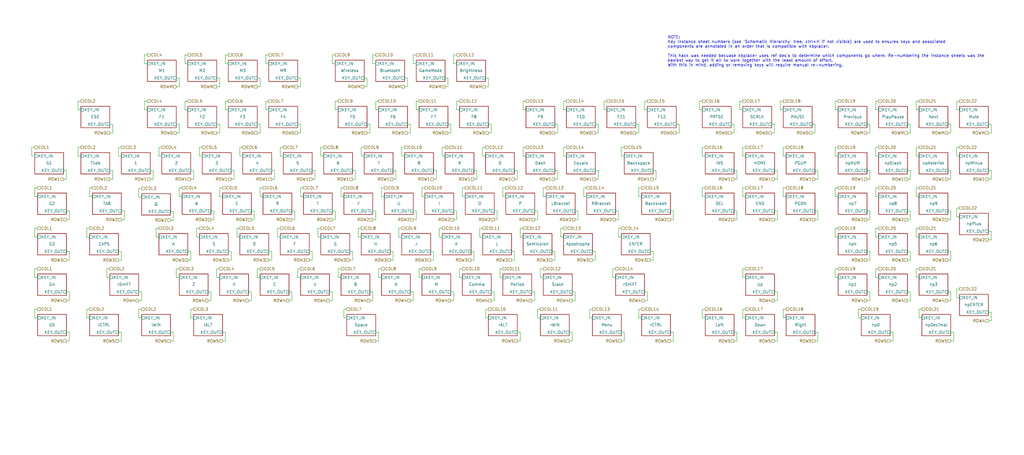
<source format=kicad_sch>
(kicad_sch (version 20250114) (generator "eeschema") (generator_version "9.0")
  (paper "User" 450 200)
  (text "NOTE:\nKey instance sheet numbers (see 'Schematic Hierarchy' tree. ctrl+H if not visible) are used to ensures keys and associated\ncomponents are annotated in an order that is compatible with kbplacer.\n\nThis hack was needed becuase kbplacer uses ref des's to determine which components go where. Re-numbering the instance sheets was the\neasiest way to get it all to work together with the least amount of effort.\nWith this in mind, adding or removing keys will require manual re-numbering." (at 293.37 22.606 0) (effects (font (size 1.27 1.27)) (justify left)))
  (wire (pts (xy 256.54 82.55) (xy 257.81 82.55)))
  (wire (pts (xy 381 74.93) (xy 382.27 74.93)))
  (wire (pts (xy 271.78 104.14) (xy 271.78 100.33)))
  (wire (pts (xy 229.87 64.77) (xy 231.14 64.77)))
  (wire (pts (xy 217.17 92.71) (xy 218.44 92.71)))
  (wire (pts (xy 252.73 128.27) (xy 252.73 132.08)))
  (wire (pts (xy 177.8 34.29) (xy 179.07 34.29)))
  (wire (pts (xy 215.9 54.61) (xy 215.9 58.42)))
  (wire (pts (xy 288.29 74.93) (xy 288.29 78.74)))
  (wire (pts (xy 340.36 128.27) (xy 341.63 128.27)))
  (wire (pts (xy 248.92 68.58) (xy 247.65 68.58)))
  (wire (pts (xy 199.39 128.27) (xy 199.39 132.08)))
  (wire (pts (xy 214.63 58.42) (xy 215.9 58.42)))
  (wire (pts (xy 39.37 82.55) (xy 40.64 82.55)))
  (wire (pts (xy 128.27 92.71) (xy 129.54 92.71)))
  (wire (pts (xy 417.83 149.86) (xy 419.1 149.86)))
  (wire (pts (xy 402.59 100.33) (xy 403.86 100.33)))
  (wire (pts (xy 420.37 48.26) (xy 420.37 44.45)))
  (wire (pts (xy 92.71 128.27) (xy 92.71 132.08)))
  (wire (pts (xy 123.19 64.77) (xy 124.46 64.77)))
  (wire (pts (xy 261.62 74.93) (xy 262.89 74.93)))
  (wire (pts (xy 99.06 146.05) (xy 99.06 149.86)))
  (wire (pts (xy 367.03 100.33) (xy 368.3 100.33)))
  (wire (pts (xy 420.37 130.81) (xy 420.37 127)))
  (wire (pts (xy 367.03 86.36) (xy 367.03 82.55)))
  (wire (pts (xy 29.21 92.71) (xy 30.48 92.71)))
  (wire (pts (xy 215.9 128.27) (xy 217.17 128.27)))
  (wire (pts (xy 182.88 44.45) (xy 184.15 44.45)))
  (wire (pts (xy 250.19 149.86) (xy 251.46 149.86)))
  (wire (pts (xy 295.91 92.71) (xy 295.91 96.52)))
  (wire (pts (xy 435.61 54.61) (xy 435.61 58.42)))
  (wire (pts (xy 344.17 48.26) (xy 342.9 48.26)))
  (wire (pts (xy 345.44 68.58) (xy 344.17 68.58)))
  (wire (pts (xy 279.4 54.61) (xy 280.67 54.61)))
  (wire (pts (xy 434.34 54.61) (xy 435.61 54.61)))
  (wire (pts (xy 118.11 48.26) (xy 116.84 48.26)))
  (wire (pts (xy 367.03 118.11) (xy 368.3 118.11)))
  (wire (pts (xy 132.08 82.55) (xy 133.35 82.55)))
  (wire (pts (xy 358.14 149.86) (xy 359.41 149.86)))
  (wire (pts (xy 434.34 58.42) (xy 435.61 58.42)))
  (wire (pts (xy 128.27 96.52) (xy 129.54 96.52)))
  (wire (pts (xy 74.93 146.05) (xy 76.2 146.05)))
  (wire (pts (xy 29.21 96.52) (xy 30.48 96.52)))
  (wire (pts (xy 118.11 114.3) (xy 119.38 114.3)))
  (wire (pts (xy 217.17 96.52) (xy 218.44 96.52)))
  (wire (pts (xy 52.07 64.77) (xy 53.34 64.77)))
  (wire (pts (xy 417.83 110.49) (xy 417.83 114.3)))
  (wire (pts (xy 402.59 121.92) (xy 402.59 118.11)))
  (wire (pts (xy 189.23 110.49) (xy 190.5 110.49)))
  (wire (pts (xy 274.32 146.05) (xy 274.32 149.86)))
  (wire (pts (xy 38.1 100.33) (xy 39.37 100.33)))
  (wire (pts (xy 149.86 121.92) (xy 148.59 121.92)))
  (wire (pts (xy 308.61 48.26) (xy 307.34 48.26)))
  (wire (pts (xy 386.08 121.92) (xy 384.81 121.92)))
  (wire (pts (xy 29.21 114.3) (xy 30.48 114.3)))
  (wire (pts (xy 88.9 68.58) (xy 87.63 68.58)))
  (wire (pts (xy 270.51 92.71) (xy 271.78 92.71)))
  (wire (pts (xy 270.51 121.92) (xy 269.24 121.92)))
  (wire (pts (xy 97.79 146.05) (xy 99.06 146.05)))
  (wire (pts (xy 308.61 86.36) (xy 308.61 82.55)))
  (wire (pts (xy 68.58 100.33) (xy 69.85 100.33)))
  (wire (pts (xy 30.48 146.05) (xy 30.48 149.86)))
  (wire (pts (xy 162.56 132.08) (xy 163.83 132.08)))
  (wire (pts (xy 434.34 105.41) (xy 435.61 105.41)))
  (wire (pts (xy 384.81 118.11) (xy 386.08 118.11)))
  (wire (pts (xy 81.28 48.26) (xy 81.28 44.45)))
  (wire (pts (xy 185.42 86.36) (xy 185.42 82.55)))
  (wire (pts (xy 127 132.08) (xy 128.27 132.08)))
  (wire (pts (xy 167.64 121.92) (xy 166.37 121.92)))
  (wire (pts (xy 392.43 146.05) (xy 392.43 149.86)))
  (wire (pts (xy 46.99 118.11) (xy 48.26 118.11)))
  (wire (pts (xy 182.88 48.26) (xy 182.88 44.45)))
  (wire (pts (xy 132.08 54.61) (xy 132.08 58.42)))
  (wire (pts (xy 243.84 74.93) (xy 245.11 74.93)))
  (wire (pts (xy 92.71 96.52) (xy 93.98 96.52)))
  (wire (pts (xy 29.21 74.93) (xy 29.21 78.74)))
  (wire (pts (xy 152.4 139.7) (xy 151.13 139.7)))
  (wire (pts (xy 133.35 86.36) (xy 132.08 86.36)))
  (wire (pts (xy 200.66 27.94) (xy 199.39 27.94)))
  (wire (pts (xy 229.87 68.58) (xy 229.87 64.77)))
  (wire (pts (xy 240.03 86.36) (xy 238.76 86.36)))
  (wire (pts (xy 382.27 110.49) (xy 382.27 114.3)))
  (wire (pts (xy 200.66 44.45) (xy 201.93 44.45)))
  (wire (pts (xy 274.32 68.58) (xy 273.05 68.58)))
  (wire (pts (xy 83.82 74.93) (xy 85.09 74.93)))
  (wire (pts (xy 358.14 78.74) (xy 359.41 78.74)))
  (wire (pts (xy 181.61 96.52) (xy 182.88 96.52)))
  (wire (pts (xy 194.31 68.58) (xy 194.31 64.77)))
  (wire (pts (xy 260.35 110.49) (xy 261.62 110.49)))
  (wire (pts (xy 137.16 74.93) (xy 138.43 74.93)))
  (wire (pts (xy 421.64 130.81) (xy 420.37 130.81)))
  (wire (pts (xy 280.67 82.55) (xy 281.94 82.55)))
  (wire (pts (xy 101.6 74.93) (xy 102.87 74.93)))
  (wire (pts (xy 27.94 78.74) (xy 29.21 78.74)))
  (wire (pts (xy 49.53 54.61) (xy 49.53 58.42)))
  (wire (pts (xy 179.07 34.29) (xy 179.07 38.1)))
  (wire (pts (xy 138.43 74.93) (xy 138.43 78.74)))
  (wire (pts (xy 416.56 54.61) (xy 417.83 54.61)))
  (wire (pts (xy 261.62 58.42) (xy 262.89 58.42)))
  (wire (pts (xy 76.2 146.05) (xy 76.2 149.86)))
  (wire (pts (xy 212.09 64.77) (xy 213.36 64.77)))
  (wire (pts (xy 417.83 146.05) (xy 419.1 146.05)))
  (wire (pts (xy 416.56 110.49) (xy 417.83 110.49)))
  (wire (pts (xy 179.07 54.61) (xy 180.34 54.61)))
  (wire (pts (xy 48.26 74.93) (xy 49.53 74.93)))
  (wire (pts (xy 287.02 110.49) (xy 287.02 114.3)))
  (wire (pts (xy 280.67 86.36) (xy 280.67 82.55)))
  (wire (pts (xy 30.48 110.49) (xy 30.48 114.3)))
  (wire (pts (xy 15.24 68.58) (xy 13.97 68.58)))
  (wire (pts (xy 16.51 86.36) (xy 15.24 86.36)))
  (wire (pts (xy 229.87 44.45) (xy 231.14 44.45)))
  (wire (pts (xy 100.33 110.49) (xy 101.6 110.49)))
  (wire (pts (xy 77.47 54.61) (xy 78.74 54.61)))
  (wire (pts (xy 294.64 92.71) (xy 295.91 92.71)))
  (wire (pts (xy 368.3 104.14) (xy 367.03 104.14)))
  (wire (pts (xy 281.94 139.7) (xy 280.67 139.7)))
  (wire (pts (xy 137.16 78.74) (xy 138.43 78.74)))
  (wire (pts (xy 34.29 64.77) (xy 35.56 64.77)))
  (wire (pts (xy 29.21 149.86) (xy 30.48 149.86)))
  (wire (pts (xy 102.87 74.93) (xy 102.87 78.74)))
  (wire (pts (xy 60.96 86.614) (xy 60.96 82.804)))
  (wire (pts (xy 382.27 54.61) (xy 382.27 58.42)))
  (wire (pts (xy 238.76 82.55) (xy 240.03 82.55)))
  (wire (pts (xy 165.1 44.45) (xy 166.37 44.45)))
  (wire (pts (xy 195.58 34.29) (xy 196.85 34.29)))
  (wire (pts (xy 130.81 34.29) (xy 132.08 34.29)))
  (wire (pts (xy 419.1 146.05) (xy 419.1 149.86)))
  (wire (pts (xy 327.66 139.7) (xy 326.39 139.7)))
  (wire (pts (xy 265.43 48.26) (xy 265.43 44.45)))
  (wire (pts (xy 228.6 104.14) (xy 228.6 100.33)))
  (wire (pts (xy 71.12 68.58) (xy 69.85 68.58)))
  (wire (pts (xy 402.59 86.36) (xy 402.59 82.55)))
  (wire (pts (xy 269.24 118.11) (xy 270.51 118.11)))
  (wire (pts (xy 35.56 48.26) (xy 34.29 48.26)))
  (wire (pts (xy 358.14 146.05) (xy 359.41 146.05)))
  (wire (pts (xy 68.58 104.14) (xy 68.58 100.33)))
  (wire (pts (xy 179.07 58.42) (xy 180.34 58.42)))
  (wire (pts (xy 238.76 86.36) (xy 238.76 82.55)))
  (wire (pts (xy 74.93 149.86) (xy 76.2 149.86)))
  (wire (pts (xy 48.26 78.74) (xy 49.53 78.74)))
  (wire (pts (xy 220.98 86.36) (xy 220.98 82.55)))
  (wire (pts (xy 39.37 104.14) (xy 38.1 104.14)))
  (wire (pts (xy 420.37 44.45) (xy 421.64 44.45)))
  (wire (pts (xy 83.82 110.49) (xy 83.82 114.3)))
  (wire (pts (xy 13.97 68.58) (xy 13.97 64.77)))
  (wire (pts (xy 83.82 139.7) (xy 83.82 135.89)))
  (wire (pts (xy 208.28 78.74) (xy 209.55 78.74)))
  (wire (pts (xy 148.59 121.92) (xy 148.59 118.11)))
  (wire (pts (xy 238.76 121.92) (xy 237.49 121.92)))
  (wire (pts (xy 114.3 34.29) (xy 114.3 38.1)))
  (wire (pts (xy 95.25 54.61) (xy 96.52 54.61)))
  (wire (pts (xy 77.47 58.42) (xy 78.74 58.42)))
  (wire (pts (xy 283.21 132.08) (xy 284.48 132.08)))
  (wire (pts (xy 340.36 92.71) (xy 341.63 92.71)))
  (wire (pts (xy 368.3 68.58) (xy 367.03 68.58)))
  (wire (pts (xy 294.64 146.05) (xy 295.91 146.05)))
  (wire (pts (xy 209.55 74.93) (xy 209.55 78.74)))
  (wire (pts (xy 384.81 44.45) (xy 386.08 44.45)))
  (wire (pts (xy 176.53 104.14) (xy 175.26 104.14)))
  (wire (pts (xy 15.24 104.14) (xy 15.24 100.33)))
  (wire (pts (xy 15.24 118.11) (xy 16.51 118.11)))
  (wire (pts (xy 207.01 114.3) (xy 208.28 114.3)))
  (wire (pts (xy 341.63 128.27) (xy 341.63 132.08)))
  (wire (pts (xy 279.4 58.42) (xy 280.67 58.42)))
  (wire (pts (xy 193.04 104.14) (xy 193.04 100.33)))
  (wire (pts (xy 283.21 44.45) (xy 284.48 44.45)))
  (wire (pts (xy 113.03 38.1) (xy 114.3 38.1)))
  (wire (pts (xy 166.37 121.92) (xy 166.37 118.11)))
  (wire (pts (xy 154.94 74.93) (xy 156.21 74.93)))
  (wire (pts (xy 259.08 135.89) (xy 260.35 135.89)))
  (wire (pts (xy 116.84 27.94) (xy 116.84 24.13)))
  (wire (pts (xy 66.04 78.74) (xy 67.31 78.74)))
  (wire (pts (xy 186.69 86.36) (xy 185.42 86.36)))
  (wire (pts (xy 30.48 128.27) (xy 30.48 132.08)))
  (wire (pts (xy 121.92 104.14) (xy 121.92 100.33)))
  (wire (pts (xy 391.16 146.05) (xy 392.43 146.05)))
  (wire (pts (xy 237.49 118.11) (xy 238.76 118.11)))
  (wire (pts (xy 184.15 48.26) (xy 182.88 48.26)))
  (wire (pts (xy 148.59 48.26) (xy 147.32 48.26)))
  (wire (pts (xy 29.21 146.05) (xy 30.48 146.05)))
  (wire (pts (xy 156.21 74.93) (xy 156.21 78.74)))
  (wire (pts (xy 69.85 104.14) (xy 68.58 104.14)))
  (wire (pts (xy 219.71 121.92) (xy 219.71 118.11)))
  (wire (pts (xy 201.93 121.92) (xy 201.93 118.11)))
  (wire (pts (xy 200.66 48.26) (xy 200.66 44.45)))
  (wire (pts (xy 358.14 74.93) (xy 359.41 74.93)))
  (wire (pts (xy 69.85 64.77) (xy 71.12 64.77)))
  (wire (pts (xy 130.81 121.92) (xy 130.81 118.11)))
  (wire (pts (xy 281.94 86.36) (xy 280.67 86.36)))
  (wire (pts (xy 147.32 44.45) (xy 148.59 44.45)))
  (wire (pts (xy 434.34 137.16) (xy 435.61 137.16)))
  (wire (pts (xy 212.09 68.58) (xy 212.09 64.77)))
  (wire (pts (xy 194.31 104.14) (xy 193.04 104.14)))
  (wire (pts (xy 256.54 86.36) (xy 256.54 82.55)))
  (wire (pts (xy 208.28 74.93) (xy 209.55 74.93)))
  (wire (pts (xy 95.25 121.92) (xy 95.25 118.11)))
  (wire (pts (xy 417.83 54.61) (xy 417.83 58.42)))
  (wire (pts (xy 53.34 110.49) (xy 53.34 114.3)))
  (wire (pts (xy 52.07 149.86) (xy 53.34 149.86)))
  (wire (pts (xy 308.61 82.55) (xy 309.88 82.55)))
  (wire (pts (xy 416.56 74.93) (xy 417.83 74.93)))
  (wire (pts (xy 326.39 82.55) (xy 327.66 82.55)))
  (wire (pts (xy 220.98 82.55) (xy 222.25 82.55)))
  (wire (pts (xy 194.31 64.77) (xy 195.58 64.77)))
  (wire (pts (xy 381 92.71) (xy 382.27 92.71)))
  (wire (pts (xy 157.48 104.14) (xy 157.48 100.33)))
  (wire (pts (xy 52.07 110.49) (xy 53.34 110.49)))
  (wire (pts (xy 114.3 82.55) (xy 115.57 82.55)))
  (wire (pts (xy 381 128.27) (xy 382.27 128.27)))
  (wire (pts (xy 163.83 24.13) (xy 165.1 24.13)))
  (wire (pts (xy 105.41 68.58) (xy 105.41 64.77)))
  (wire (pts (xy 243.84 58.42) (xy 245.11 58.42)))
  (wire (pts (xy 184.15 121.92) (xy 184.15 118.11)))
  (wire (pts (xy 185.42 121.92) (xy 184.15 121.92)))
  (wire (pts (xy 78.74 121.92) (xy 77.47 121.92)))
  (wire (pts (xy 403.86 48.26) (xy 402.59 48.26)))
  (wire (pts (xy 309.88 139.7) (xy 308.61 139.7)))
  (wire (pts (xy 344.17 86.36) (xy 344.17 82.55)))
  (wire (pts (xy 344.17 82.55) (xy 345.44 82.55)))
  (wire (pts (xy 82.55 27.94) (xy 81.28 27.94)))
  (wire (pts (xy 356.87 54.61) (xy 358.14 54.61)))
  (wire (pts (xy 367.03 104.14) (xy 367.03 100.33)))
  (wire (pts (xy 283.21 48.26) (xy 283.21 44.45)))
  (wire (pts (xy 207.01 110.49) (xy 208.28 110.49)))
  (wire (pts (xy 123.19 104.14) (xy 121.92 104.14)))
  (wire (pts (xy 201.93 48.26) (xy 200.66 48.26)))
  (wire (pts (xy 307.34 44.45) (xy 308.61 44.45)))
  (wire (pts (xy 54.61 92.71) (xy 54.61 96.52)))
  (wire (pts (xy 262.89 74.93) (xy 262.89 78.74)))
  (wire (pts (xy 308.61 139.7) (xy 308.61 135.89)))
  (wire (pts (xy 74.93 92.964) (xy 76.2 92.964)))
  (wire (pts (xy 213.36 34.29) (xy 214.63 34.29)))
  (wire (pts (xy 182.88 27.94) (xy 181.61 27.94)))
  (wire (pts (xy 398.78 74.93) (xy 400.05 74.93)))
  (wire (pts (xy 344.17 64.77) (xy 345.44 64.77)))
  (wire (pts (xy 132.08 86.36) (xy 132.08 82.55)))
  (wire (pts (xy 198.12 132.08) (xy 199.39 132.08)))
  (wire (pts (xy 323.85 74.93) (xy 323.85 78.74)))
  (wire (pts (xy 137.16 110.49) (xy 137.16 114.3)))
  (wire (pts (xy 15.24 139.7) (xy 15.24 135.89)))
  (wire (pts (xy 49.53 74.93) (xy 49.53 78.74)))
  (wire (pts (xy 172.72 110.49) (xy 172.72 114.3)))
  (wire (pts (xy 384.81 68.58) (xy 384.81 64.77)))
  (wire (pts (xy 77.47 121.92) (xy 77.47 118.11)))
  (wire (pts (xy 157.48 100.33) (xy 158.75 100.33)))
  (wire (pts (xy 228.6 100.33) (xy 229.87 100.33)))
  (wire (pts (xy 402.59 64.77) (xy 403.86 64.77)))
  (wire (pts (xy 381 54.61) (xy 382.27 54.61)))
  (wire (pts (xy 402.59 82.55) (xy 403.86 82.55)))
  (wire (pts (xy 38.1 135.89) (xy 39.37 135.89)))
  (wire (pts (xy 214.63 139.7) (xy 213.36 139.7)))
  (wire (pts (xy 100.33 114.3) (xy 101.6 114.3)))
  (wire (pts (xy 77.47 118.11) (xy 78.74 118.11)))
  (wire (pts (xy 402.59 44.45) (xy 403.86 44.45)))
  (wire (pts (xy 340.36 96.52) (xy 341.63 96.52)))
  (wire (pts (xy 247.65 44.45) (xy 248.92 44.45)))
  (wire (pts (xy 34.29 68.58) (xy 34.29 64.77)))
  (wire (pts (xy 110.49 128.27) (xy 110.49 132.08)))
  (wire (pts (xy 252.73 92.71) (xy 254 92.71)))
  (wire (pts (xy 384.81 48.26) (xy 384.81 44.45)))
  (wire (pts (xy 358.14 96.52) (xy 359.41 96.52)))
  (wire (pts (xy 181.61 92.71) (xy 182.88 92.71)))
  (wire (pts (xy 34.29 44.45) (xy 35.56 44.45)))
  (wire (pts (xy 326.39 139.7) (xy 326.39 135.89)))
  (wire (pts (xy 113.03 54.61) (xy 114.3 54.61)))
  (wire (pts (xy 416.56 114.3) (xy 417.83 114.3)))
  (wire (pts (xy 398.78 78.74) (xy 400.05 78.74)))
  (wire (pts (xy 434.34 74.93) (xy 435.61 74.93)))
  (wire (pts (xy 158.75 68.58) (xy 158.75 64.77)))
  (wire (pts (xy 297.18 58.42) (xy 298.45 58.42)))
  (wire (pts (xy 119.38 78.74) (xy 120.65 78.74)))
  (wire (pts (xy 39.37 86.36) (xy 39.37 82.55)))
  (wire (pts (xy 172.72 78.74) (xy 173.99 78.74)))
  (wire (pts (xy 381 96.52) (xy 382.27 96.52)))
  (wire (pts (xy 161.29 54.61) (xy 162.56 54.61)))
  (wire (pts (xy 16.51 139.7) (xy 15.24 139.7)))
  (wire (pts (xy 163.83 92.71) (xy 165.1 92.71)))
  (wire (pts (xy 82.55 110.49) (xy 83.82 110.49)))
  (wire (pts (xy 38.1 104.14) (xy 38.1 100.33)))
  (wire (pts (xy 250.19 146.05) (xy 251.46 146.05)))
  (wire (pts (xy 40.64 86.36) (xy 39.37 86.36)))
  (wire (pts (xy 236.22 92.71) (xy 236.22 96.52)))
  (wire (pts (xy 367.03 82.55) (xy 368.3 82.55)))
  (wire (pts (xy 400.05 54.61) (xy 400.05 58.42)))
  (wire (pts (xy 201.93 118.11) (xy 203.2 118.11)))
  (wire (pts (xy 153.67 110.49) (xy 154.94 110.49)))
  (wire (pts (xy 214.63 54.61) (xy 215.9 54.61)))
  (wire (pts (xy 260.35 139.7) (xy 259.08 139.7)))
  (wire (pts (xy 64.77 27.94) (xy 63.5 27.94)))
  (wire (pts (xy 48.26 54.61) (xy 49.53 54.61)))
  (wire (pts (xy 151.13 86.36) (xy 149.86 86.36)))
  (wire (pts (xy 251.46 128.27) (xy 252.73 128.27)))
  (wire (pts (xy 400.05 128.27) (xy 400.05 132.08)))
  (wire (pts (xy 81.28 44.45) (xy 82.55 44.45)))
  (wire (pts (xy 144.78 128.27) (xy 146.05 128.27)))
  (wire (pts (xy 177.8 38.1) (xy 179.07 38.1)))
  (wire (pts (xy 96.52 82.55) (xy 97.79 82.55)))
  (wire (pts (xy 243.84 78.74) (xy 245.11 78.74)))
  (wire (pts (xy 96.52 86.36) (xy 96.52 82.55)))
  (wire (pts (xy 104.14 104.14) (xy 104.14 100.33)))
  (wire (pts (xy 82.55 48.26) (xy 81.28 48.26)))
  (wire (pts (xy 113.03 58.42) (xy 114.3 58.42)))
  (wire (pts (xy 273.05 104.14) (xy 271.78 104.14)))
  (wire (pts (xy 95.25 58.42) (xy 96.52 58.42)))
  (wire (pts (xy 86.36 104.14) (xy 86.36 100.33)))
  (wire (pts (xy 29.21 110.49) (xy 30.48 110.49)))
  (wire (pts (xy 229.87 48.26) (xy 229.87 44.45)))
  (wire (pts (xy 228.6 146.05) (xy 228.6 149.86)))
  (wire (pts (xy 135.89 114.3) (xy 137.16 114.3)))
  (wire (pts (xy 342.9 48.26) (xy 342.9 44.45)))
  (wire (pts (xy 83.82 135.89) (xy 85.09 135.89)))
  (wire (pts (xy 100.33 48.26) (xy 99.06 48.26)))
  (wire (pts (xy 231.14 48.26) (xy 229.87 48.26)))
  (wire (pts (xy 257.81 86.36) (xy 256.54 86.36)))
  (wire (pts (xy 63.5 24.13) (xy 64.77 24.13)))
  (wire (pts (xy 15.24 82.55) (xy 16.51 82.55)))
  (wire (pts (xy 326.39 86.36) (xy 326.39 82.55)))
  (wire (pts (xy 398.78 54.61) (xy 400.05 54.61)))
  (wire (pts (xy 398.78 92.71) (xy 400.05 92.71)))
  (wire (pts (xy 166.37 146.05) (xy 166.37 149.86)))
  (wire (pts (xy 87.63 68.58) (xy 87.63 64.77)))
  (wire (pts (xy 176.53 64.77) (xy 177.8 64.77)))
  (wire (pts (xy 326.39 64.77) (xy 327.66 64.77)))
  (wire (pts (xy 344.17 139.7) (xy 344.17 135.89)))
  (wire (pts (xy 165.1 149.86) (xy 166.37 149.86)))
  (wire (pts (xy 381 58.42) (xy 382.27 58.42)))
  (wire (pts (xy 162.56 54.61) (xy 162.56 58.42)))
  (wire (pts (xy 93.98 92.71) (xy 93.98 96.52)))
  (wire (pts (xy 30.48 92.71) (xy 30.48 96.52)))
  (wire (pts (xy 322.58 54.61) (xy 322.58 58.42)))
  (wire (pts (xy 39.37 139.7) (xy 38.1 139.7)))
  (wire (pts (xy 224.79 114.3) (xy 226.06 114.3)))
  (wire (pts (xy 52.07 68.58) (xy 52.07 64.77)))
  (wire (pts (xy 294.64 149.86) (xy 295.91 149.86)))
  (wire (pts (xy 398.78 128.27) (xy 400.05 128.27)))
  (wire (pts (xy 147.32 27.94) (xy 146.05 27.94)))
  (wire (pts (xy 64.77 48.26) (xy 63.5 48.26)))
  (wire (pts (xy 81.28 27.94) (xy 81.28 24.13)))
  (wire (pts (xy 322.58 92.71) (xy 323.85 92.71)))
  (wire (pts (xy 110.49 96.52) (xy 111.76 96.52)))
  (wire (pts (xy 416.56 78.74) (xy 417.83 78.74)))
  (wire (pts (xy 233.68 132.08) (xy 234.95 132.08)))
  (wire (pts (xy 273.05 146.05) (xy 274.32 146.05)))
  (wire (pts (xy 284.48 128.27) (xy 284.48 132.08)))
  (wire (pts (xy 111.76 92.71) (xy 111.76 96.52)))
  (wire (pts (xy 116.84 24.13) (xy 118.11 24.13)))
  (wire (pts (xy 130.81 54.61) (xy 132.08 54.61)))
  (wire (pts (xy 96.52 121.92) (xy 95.25 121.92)))
  (wire (pts (xy 386.08 104.14) (xy 384.81 104.14)))
  (wire (pts (xy 60.96 82.804) (xy 62.23 82.804)))
  (wire (pts (xy 147.32 48.26) (xy 147.32 44.45)))
  (wire (pts (xy 322.58 74.93) (xy 323.85 74.93)))
  (wire (pts (xy 226.06 74.93) (xy 227.33 74.93)))
  (wire (pts (xy 173.99 74.93) (xy 173.99 78.74)))
  (wire (pts (xy 322.58 78.74) (xy 323.85 78.74)))
  (wire (pts (xy 227.33 74.93) (xy 227.33 78.74)))
  (wire (pts (xy 323.85 146.05) (xy 323.85 149.86)))
  (wire (pts (xy 400.05 110.49) (xy 400.05 114.3)))
  (wire (pts (xy 181.61 27.94) (xy 181.61 24.13)))
  (wire (pts (xy 398.78 114.3) (xy 400.05 114.3)))
  (wire (pts (xy 251.46 132.08) (xy 252.73 132.08)))
  (wire (pts (xy 382.27 128.27) (xy 382.27 132.08)))
  (wire (pts (xy 167.64 82.55) (xy 168.91 82.55)))
  (wire (pts (xy 160.02 68.58) (xy 158.75 68.58)))
  (wire (pts (xy 435.61 137.16) (xy 435.61 140.97)))
  (wire (pts (xy 220.98 121.92) (xy 219.71 121.92)))
  (wire (pts (xy 190.5 74.93) (xy 191.77 74.93)))
  (wire (pts (xy 15.24 86.36) (xy 15.24 82.55)))
  (wire (pts (xy 163.83 96.52) (xy 165.1 96.52)))
  (wire (pts (xy 212.09 104.14) (xy 210.82 104.14)))
  (wire (pts (xy 85.09 74.93) (xy 85.09 78.74)))
  (wire (pts (xy 78.74 54.61) (xy 78.74 58.42)))
  (wire (pts (xy 386.08 68.58) (xy 384.81 68.58)))
  (wire (pts (xy 420.37 95.25) (xy 420.37 91.44)))
  (wire (pts (xy 196.85 54.61) (xy 198.12 54.61)))
  (wire (pts (xy 92.71 92.71) (xy 93.98 92.71)))
  (wire (pts (xy 158.75 104.14) (xy 157.48 104.14)))
  (wire (pts (xy 359.41 92.71) (xy 359.41 96.52)))
  (wire (pts (xy 53.34 96.52) (xy 54.61 96.52)))
  (wire (pts (xy 342.9 44.45) (xy 344.17 44.45)))
  (wire (pts (xy 403.86 121.92) (xy 402.59 121.92)))
  (wire (pts (xy 139.7 104.14) (xy 139.7 100.33)))
  (wire (pts (xy 46.99 121.92) (xy 46.99 118.11)))
  (wire (pts (xy 213.36 38.1) (xy 214.63 38.1)))
  (wire (pts (xy 96.52 54.61) (xy 96.52 58.42)))
  (wire (pts (xy 251.46 146.05) (xy 251.46 149.86)))
  (wire (pts (xy 259.08 139.7) (xy 259.08 135.89)))
  (wire (pts (xy 196.85 34.29) (xy 196.85 38.1)))
  (wire (pts (xy 271.78 92.71) (xy 271.78 96.52)))
  (wire (pts (xy 35.56 68.58) (xy 34.29 68.58)))
  (wire (pts (xy 118.11 110.49) (xy 119.38 110.49)))
  (wire (pts (xy 63.5 48.26) (xy 63.5 44.45)))
  (wire (pts (xy 219.71 118.11) (xy 220.98 118.11)))
  (wire (pts (xy 417.83 128.27) (xy 417.83 132.08)))
  (wire (pts (xy 66.04 74.93) (xy 67.31 74.93)))
  (wire (pts (xy 377.19 135.89) (xy 378.46 135.89)))
  (wire (pts (xy 114.3 54.61) (xy 114.3 58.42)))
  (wire (pts (xy 190.5 78.74) (xy 191.77 78.74)))
  (wire (pts (xy 130.81 58.42) (xy 132.08 58.42)))
  (wire (pts (xy 142.24 68.58) (xy 140.97 68.58)))
  (wire (pts (xy 95.25 34.29) (xy 96.52 34.29)))
  (wire (pts (xy 82.55 114.3) (xy 83.82 114.3)))
  (wire (pts (xy 124.46 68.58) (xy 123.19 68.58)))
  (wire (pts (xy 163.83 27.94) (xy 163.83 24.13)))
  (wire (pts (xy 149.86 82.55) (xy 151.13 82.55)))
  (wire (pts (xy 130.81 118.11) (xy 132.08 118.11)))
  (wire (pts (xy 322.58 96.52) (xy 323.85 96.52)))
  (wire (pts (xy 105.41 104.14) (xy 104.14 104.14)))
  (wire (pts (xy 151.13 139.7) (xy 151.13 135.89)))
  (wire (pts (xy 199.39 24.13) (xy 200.66 24.13)))
  (wire (pts (xy 341.63 146.05) (xy 341.63 149.86)))
  (wire (pts (xy 198.12 128.27) (xy 199.39 128.27)))
  (wire (pts (xy 252.73 96.52) (xy 254 96.52)))
  (wire (pts (xy 384.81 64.77) (xy 386.08 64.77)))
  (wire (pts (xy 60.96 128.27) (xy 62.23 128.27)))
  (wire (pts (xy 148.59 118.11) (xy 149.86 118.11)))
  (wire (pts (xy 284.48 48.26) (xy 283.21 48.26)))
  (wire (pts (xy 132.08 121.92) (xy 130.81 121.92)))
  (wire (pts (xy 247.65 64.77) (xy 248.92 64.77)))
  (wire (pts (xy 213.36 68.58) (xy 212.09 68.58)))
  (wire (pts (xy 226.06 78.74) (xy 227.33 78.74)))
  (wire (pts (xy 382.27 74.93) (xy 382.27 78.74)))
  (wire (pts (xy 236.22 135.89) (xy 237.49 135.89)))
  (wire (pts (xy 210.82 104.14) (xy 210.82 100.33)))
  (wire (pts (xy 166.37 48.26) (xy 165.1 48.26)))
  (wire (pts (xy 144.78 132.08) (xy 146.05 132.08)))
  (wire (pts (xy 234.95 92.71) (xy 236.22 92.71)))
  (wire (pts (xy 91.44 128.27) (xy 92.71 128.27)))
  (wire (pts (xy 167.64 86.36) (xy 167.64 82.55)))
  (wire (pts (xy 16.51 104.14) (xy 15.24 104.14)))
  (wire (pts (xy 160.02 34.29) (xy 161.29 34.29)))
  (wire (pts (xy 323.85 92.71) (xy 323.85 96.52)))
  (wire (pts (xy 321.31 58.42) (xy 322.58 58.42)))
  (wire (pts (xy 74.93 96.774) (xy 76.2 96.774)))
  (wire (pts (xy 273.05 149.86) (xy 274.32 149.86)))
  (wire (pts (xy 101.6 110.49) (xy 101.6 114.3)))
  (wire (pts (xy 243.84 110.49) (xy 243.84 114.3)))
  (wire (pts (xy 87.63 64.77) (xy 88.9 64.77)))
  (wire (pts (xy 199.39 96.52) (xy 200.66 96.52)))
  (wire (pts (xy 129.54 92.71) (xy 129.54 96.52)))
  (wire (pts (xy 204.47 86.36) (xy 203.2 86.36)))
  (wire (pts (xy 367.03 68.58) (xy 367.03 64.77)))
  (wire (pts (xy 171.45 110.49) (xy 172.72 110.49)))
  (wire (pts (xy 248.92 48.26) (xy 247.65 48.26)))
  (wire (pts (xy 184.15 118.11) (xy 185.42 118.11)))
  (wire (pts (xy 146.05 128.27) (xy 146.05 132.08)))
  (wire (pts (xy 345.44 139.7) (xy 344.17 139.7)))
  (wire (pts (xy 307.34 48.26) (xy 307.34 44.45)))
  (wire (pts (xy 322.58 149.86) (xy 323.85 149.86)))
  (wire (pts (xy 247.65 104.14) (xy 246.38 104.14)))
  (wire (pts (xy 295.91 146.05) (xy 295.91 149.86)))
  (wire (pts (xy 340.36 132.08) (xy 341.63 132.08)))
  (wire (pts (xy 195.58 38.1) (xy 196.85 38.1)))
  (wire (pts (xy 402.59 118.11) (xy 403.86 118.11)))
  (wire (pts (xy 381 110.49) (xy 382.27 110.49)))
  (wire (pts (xy 340.36 78.74) (xy 341.63 78.74)))
  (wire (pts (xy 52.07 146.05) (xy 53.34 146.05)))
  (wire (pts (xy 367.03 48.26) (xy 367.03 44.45)))
  (wire (pts (xy 60.96 132.08) (xy 62.23 132.08)))
  (wire (pts (xy 227.33 146.05) (xy 228.6 146.05)))
  (wire (pts (xy 69.85 68.58) (xy 69.85 64.77)))
  (wire (pts (xy 245.11 54.61) (xy 245.11 58.42)))
  (wire (pts (xy 29.21 132.08) (xy 30.48 132.08)))
  (wire (pts (xy 116.84 48.26) (xy 116.84 44.45)))
  (wire (pts (xy 105.41 64.77) (xy 106.68 64.77)))
  (wire (pts (xy 358.14 54.61) (xy 358.14 58.42)))
  (wire (pts (xy 215.9 132.08) (xy 217.17 132.08)))
  (wire (pts (xy 416.56 128.27) (xy 417.83 128.27)))
  (wire (pts (xy 139.7 100.33) (xy 140.97 100.33)))
  (wire (pts (xy 226.06 110.49) (xy 226.06 114.3)))
  (wire (pts (xy 214.63 34.29) (xy 214.63 38.1)))
  (wire (pts (xy 326.39 135.89) (xy 327.66 135.89)))
  (wire (pts (xy 115.57 86.36) (xy 114.3 86.36)))
  (wire (pts (xy 398.78 96.52) (xy 400.05 96.52)))
  (wire (pts (xy 60.96 139.7) (xy 60.96 135.89)))
  (wire (pts (xy 421.64 68.58) (xy 420.37 68.58)))
  (wire (pts (xy 398.78 58.42) (xy 400.05 58.42)))
  (wire (pts (xy 163.83 128.27) (xy 163.83 132.08)))
  (wire (pts (xy 308.61 135.89) (xy 309.88 135.89)))
  (wire (pts (xy 403.86 104.14) (xy 402.59 104.14)))
  (wire (pts (xy 140.97 104.14) (xy 139.7 104.14)))
  (wire (pts (xy 285.75 110.49) (xy 287.02 110.49)))
  (wire (pts (xy 391.16 149.86) (xy 392.43 149.86)))
  (wire (pts (xy 368.3 121.92) (xy 367.03 121.92)))
  (wire (pts (xy 77.47 34.29) (xy 78.74 34.29)))
  (wire (pts (xy 246.38 104.14) (xy 246.38 100.33)))
  (wire (pts (xy 402.59 48.26) (xy 402.59 44.45)))
  (wire (pts (xy 63.5 44.45) (xy 64.77 44.45)))
  (wire (pts (xy 149.86 86.36) (xy 149.86 82.55)))
  (wire (pts (xy 381 114.3) (xy 382.27 114.3)))
  (wire (pts (xy 165.1 27.94) (xy 163.83 27.94)))
  (wire (pts (xy 359.41 146.05) (xy 359.41 149.86)))
  (wire (pts (xy 154.94 110.49) (xy 154.94 114.3)))
  (wire (pts (xy 384.81 86.36) (xy 384.81 82.55)))
  (wire (pts (xy 203.2 121.92) (xy 201.93 121.92)))
  (wire (pts (xy 243.84 54.61) (xy 245.11 54.61)))
  (wire (pts (xy 83.82 78.74) (xy 85.09 78.74)))
  (wire (pts (xy 237.49 139.7) (xy 236.22 139.7)))
  (wire (pts (xy 147.32 92.71) (xy 147.32 96.52)))
  (wire (pts (xy 113.03 121.92) (xy 113.03 118.11)))
  (wire (pts (xy 417.83 74.93) (xy 417.83 78.74)))
  (wire (pts (xy 384.81 121.92) (xy 384.81 118.11)))
  (wire (pts (xy 119.38 110.49) (xy 119.38 114.3)))
  (wire (pts (xy 434.34 101.6) (xy 435.61 101.6)))
  (wire (pts (xy 297.18 54.61) (xy 298.45 54.61)))
  (wire (pts (xy 416.56 58.42) (xy 417.83 58.42)))
  (wire (pts (xy 325.12 48.26) (xy 325.12 44.45)))
  (wire (pts (xy 309.88 68.58) (xy 308.61 68.58)))
  (wire (pts (xy 420.37 91.44) (xy 421.64 91.44)))
  (wire (pts (xy 400.05 92.71) (xy 400.05 96.52)))
  (wire (pts (xy 161.29 58.42) (xy 162.56 58.42)))
  (wire (pts (xy 77.47 38.1) (xy 78.74 38.1)))
  (wire (pts (xy 231.14 68.58) (xy 229.87 68.58)))
  (wire (pts (xy 340.36 149.86) (xy 341.63 149.86)))
  (wire (pts (xy 242.57 110.49) (xy 243.84 110.49)))
  (wire (pts (xy 224.79 110.49) (xy 226.06 110.49)))
  (wire (pts (xy 67.31 74.93) (xy 67.31 78.74)))
  (wire (pts (xy 27.94 74.93) (xy 29.21 74.93)))
  (wire (pts (xy 199.39 27.94) (xy 199.39 24.13)))
  (wire (pts (xy 245.11 74.93) (xy 245.11 78.74)))
  (wire (pts (xy 273.05 68.58) (xy 273.05 64.77)))
  (wire (pts (xy 356.87 58.42) (xy 358.14 58.42)))
  (wire (pts (xy 403.86 68.58) (xy 402.59 68.58)))
  (wire (pts (xy 146.05 92.71) (xy 147.32 92.71)))
  (wire (pts (xy 242.57 114.3) (xy 243.84 114.3)))
  (wire (pts (xy 416.56 92.71) (xy 417.83 92.71)))
  (wire (pts (xy 398.78 110.49) (xy 400.05 110.49)))
  (wire (pts (xy 269.24 121.92) (xy 269.24 118.11)))
  (wire (pts (xy 327.66 121.92) (xy 326.39 121.92)))
  (wire (pts (xy 420.37 127) (xy 421.64 127)))
  (wire (pts (xy 368.3 86.36) (xy 367.03 86.36)))
  (wire (pts (xy 236.22 139.7) (xy 236.22 135.89)))
  (wire (pts (xy 121.92 100.33) (xy 123.19 100.33)))
  (wire (pts (xy 182.88 92.71) (xy 182.88 96.52)))
  (wire (pts (xy 97.79 149.86) (xy 99.06 149.86)))
  (wire (pts (xy 358.14 92.71) (xy 359.41 92.71)))
  (wire (pts (xy 53.34 68.58) (xy 52.07 68.58)))
  (wire (pts (xy 101.6 78.74) (xy 102.87 78.74)))
  (wire (pts (xy 52.07 114.3) (xy 53.34 114.3)))
  (wire (pts (xy 172.72 74.93) (xy 173.99 74.93)))
  (wire (pts (xy 16.51 121.92) (xy 15.24 121.92)))
  (wire (pts (xy 87.63 104.14) (xy 86.36 104.14)))
  (wire (pts (xy 166.37 118.11) (xy 167.64 118.11)))
  (wire (pts (xy 48.26 58.42) (xy 49.53 58.42)))
  (wire (pts (xy 99.06 27.94) (xy 99.06 24.13)))
  (wire (pts (xy 168.91 86.36) (xy 167.64 86.36)))
  (wire (pts (xy 181.61 24.13) (xy 182.88 24.13)))
  (wire (pts (xy 109.22 128.27) (xy 110.49 128.27)))
  (wire (pts (xy 123.19 68.58) (xy 123.19 64.77)))
  (wire (pts (xy 151.13 135.89) (xy 152.4 135.89)))
  (wire (pts (xy 99.06 44.45) (xy 100.33 44.45)))
  (wire (pts (xy 435.61 74.93) (xy 435.61 78.74)))
  (wire (pts (xy 261.62 54.61) (xy 262.89 54.61)))
  (wire (pts (xy 339.09 58.42) (xy 340.36 58.42)))
  (wire (pts (xy 119.38 74.93) (xy 120.65 74.93)))
  (wire (pts (xy 435.61 101.6) (xy 435.61 105.41)))
  (wire (pts (xy 63.5 27.94) (xy 63.5 24.13)))
  (wire (pts (xy 229.87 104.14) (xy 228.6 104.14)))
  (wire (pts (xy 327.66 86.36) (xy 326.39 86.36)))
  (wire (pts (xy 140.97 64.77) (xy 142.24 64.77)))
  (wire (pts (xy 341.63 74.93) (xy 341.63 78.74)))
  (wire (pts (xy 180.34 54.61) (xy 180.34 58.42)))
  (wire (pts (xy 247.65 68.58) (xy 247.65 64.77)))
  (wire (pts (xy 340.36 74.93) (xy 341.63 74.93)))
  (wire (pts (xy 308.61 68.58) (xy 308.61 64.77)))
  (wire (pts (xy 146.05 24.13) (xy 147.32 24.13)))
  (wire (pts (xy 165.1 48.26) (xy 165.1 44.45)))
  (wire (pts (xy 196.85 58.42) (xy 198.12 58.42)))
  (wire (pts (xy 80.01 86.36) (xy 78.74 86.36)))
  (wire (pts (xy 246.38 100.33) (xy 247.65 100.33)))
  (wire (pts (xy 158.75 64.77) (xy 160.02 64.77)))
  (wire (pts (xy 165.1 92.71) (xy 165.1 96.52)))
  (wire (pts (xy 213.36 135.89) (xy 214.63 135.89)))
  (wire (pts (xy 339.09 54.61) (xy 340.36 54.61)))
  (wire (pts (xy 203.2 82.55) (xy 204.47 82.55)))
  (wire (pts (xy 199.39 92.71) (xy 200.66 92.71)))
  (wire (pts (xy 91.44 132.08) (xy 92.71 132.08)))
  (wire (pts (xy 13.97 64.77) (xy 15.24 64.77)))
  (wire (pts (xy 76.2 92.964) (xy 76.2 96.774)))
  (wire (pts (xy 160.02 38.1) (xy 161.29 38.1)))
  (wire (pts (xy 434.34 140.97) (xy 435.61 140.97)))
  (wire (pts (xy 78.74 82.55) (xy 80.01 82.55)))
  (wire (pts (xy 198.12 54.61) (xy 198.12 58.42)))
  (wire (pts (xy 114.3 86.36) (xy 114.3 82.55)))
  (wire (pts (xy 341.63 92.71) (xy 341.63 96.52)))
  (wire (pts (xy 154.94 78.74) (xy 156.21 78.74)))
  (wire (pts (xy 368.3 48.26) (xy 367.03 48.26)))
  (wire (pts (xy 15.24 121.92) (xy 15.24 118.11)))
  (wire (pts (xy 81.28 24.13) (xy 82.55 24.13)))
  (wire (pts (xy 29.21 128.27) (xy 30.48 128.27)))
  (wire (pts (xy 140.97 68.58) (xy 140.97 64.77)))
  (wire (pts (xy 434.34 78.74) (xy 435.61 78.74)))
  (wire (pts (xy 213.36 139.7) (xy 213.36 135.89)))
  (wire (pts (xy 218.44 92.71) (xy 218.44 96.52)))
  (wire (pts (xy 189.23 114.3) (xy 190.5 114.3)))
  (wire (pts (xy 106.68 68.58) (xy 105.41 68.58)))
  (wire (pts (xy 261.62 110.49) (xy 261.62 114.3)))
  (wire (pts (xy 287.02 74.93) (xy 288.29 74.93)))
  (wire (pts (xy 381 132.08) (xy 382.27 132.08)))
  (wire (pts (xy 146.05 27.94) (xy 146.05 24.13)))
  (wire (pts (xy 175.26 100.33) (xy 176.53 100.33)))
  (wire (pts (xy 118.11 27.94) (xy 116.84 27.94)))
  (wire (pts (xy 53.34 92.71) (xy 54.61 92.71)))
  (wire (pts (xy 421.64 95.25) (xy 420.37 95.25)))
  (wire (pts (xy 120.65 74.93) (xy 120.65 78.74)))
  (wire (pts (xy 340.36 54.61) (xy 340.36 58.42)))
  (wire (pts (xy 110.49 92.71) (xy 111.76 92.71)))
  (wire (pts (xy 367.03 121.92) (xy 367.03 118.11)))
  (wire (pts (xy 97.79 86.36) (xy 96.52 86.36)))
  (wire (pts (xy 153.67 114.3) (xy 154.94 114.3)))
  (wire (pts (xy 190.5 110.49) (xy 190.5 114.3)))
  (wire (pts (xy 203.2 86.36) (xy 203.2 82.55)))
  (wire (pts (xy 128.27 128.27) (xy 128.27 132.08)))
  (wire (pts (xy 265.43 44.45) (xy 266.7 44.45)))
  (wire (pts (xy 96.52 34.29) (xy 96.52 38.1)))
  (wire (pts (xy 359.41 74.93) (xy 359.41 78.74)))
  (wire (pts (xy 382.27 92.71) (xy 382.27 96.52)))
  (wire (pts (xy 175.26 104.14) (xy 175.26 100.33)))
  (wire (pts (xy 309.88 86.36) (xy 308.61 86.36)))
  (wire (pts (xy 308.61 64.77) (xy 309.88 64.77)))
  (wire (pts (xy 285.75 114.3) (xy 287.02 114.3)))
  (wire (pts (xy 273.05 64.77) (xy 274.32 64.77)))
  (wire (pts (xy 78.74 86.36) (xy 78.74 82.55)))
  (wire (pts (xy 402.59 68.58) (xy 402.59 64.77)))
  (wire (pts (xy 109.22 132.08) (xy 110.49 132.08)))
  (wire (pts (xy 15.24 135.89) (xy 16.51 135.89)))
  (wire (pts (xy 270.51 96.52) (xy 271.78 96.52)))
  (wire (pts (xy 384.81 104.14) (xy 384.81 100.33)))
  (wire (pts (xy 113.03 34.29) (xy 114.3 34.29)))
  (wire (pts (xy 280.67 135.89) (xy 281.94 135.89)))
  (wire (pts (xy 177.8 68.58) (xy 176.53 68.58)))
  (wire (pts (xy 200.66 92.71) (xy 200.66 96.52)))
  (wire (pts (xy 280.67 139.7) (xy 280.67 135.89)))
  (wire (pts (xy 294.64 96.52) (xy 295.91 96.52)))
  (wire (pts (xy 340.36 146.05) (xy 341.63 146.05)))
  (wire (pts (xy 247.65 48.26) (xy 247.65 44.45)))
  (wire (pts (xy 193.04 100.33) (xy 194.31 100.33)))
  (wire (pts (xy 234.95 96.52) (xy 236.22 96.52)))
  (wire (pts (xy 165.1 146.05) (xy 166.37 146.05)))
  (wire (pts (xy 420.37 64.77) (xy 421.64 64.77)))
  (wire (pts (xy 386.08 48.26) (xy 384.81 48.26)))
  (wire (pts (xy 208.28 110.49) (xy 208.28 114.3)))
  (wire (pts (xy 130.81 38.1) (xy 132.08 38.1)))
  (wire (pts (xy 181.61 128.27) (xy 181.61 132.08)))
  (wire (pts (xy 403.86 86.36) (xy 402.59 86.36)))
  (wire (pts (xy 398.78 132.08) (xy 400.05 132.08)))
  (wire (pts (xy 384.81 100.33) (xy 386.08 100.33)))
  (wire (pts (xy 378.46 139.7) (xy 377.19 139.7)))
  (wire (pts (xy 86.36 100.33) (xy 87.63 100.33)))
  (wire (pts (xy 344.17 135.89) (xy 345.44 135.89)))
  (wire (pts (xy 262.89 54.61) (xy 262.89 58.42)))
  (wire (pts (xy 100.33 27.94) (xy 99.06 27.94)))
  (wire (pts (xy 146.05 96.52) (xy 147.32 96.52)))
  (wire (pts (xy 99.06 24.13) (xy 100.33 24.13)))
  (wire (pts (xy 99.06 48.26) (xy 99.06 44.45)))
  (wire (pts (xy 326.39 48.26) (xy 325.12 48.26)))
  (wire (pts (xy 62.23 86.614) (xy 60.96 86.614)))
  (wire (pts (xy 233.68 128.27) (xy 234.95 128.27)))
  (wire (pts (xy 327.66 68.58) (xy 326.39 68.58)))
  (wire (pts (xy 321.31 54.61) (xy 322.58 54.61)))
  (wire (pts (xy 234.95 128.27) (xy 234.95 132.08)))
  (wire (pts (xy 326.39 121.92) (xy 326.39 118.11)))
  (wire (pts (xy 405.13 139.7) (xy 403.86 139.7)))
  (wire (pts (xy 420.37 68.58) (xy 420.37 64.77)))
  (wire (pts (xy 266.7 48.26) (xy 265.43 48.26)))
  (wire (pts (xy 326.39 68.58) (xy 326.39 64.77)))
  (wire (pts (xy 132.08 34.29) (xy 132.08 38.1)))
  (wire (pts (xy 280.67 54.61) (xy 280.67 58.42)))
  (wire (pts (xy 381 78.74) (xy 382.27 78.74)))
  (wire (pts (xy 210.82 100.33) (xy 212.09 100.33)))
  (wire (pts (xy 180.34 132.08) (xy 181.61 132.08)))
  (wire (pts (xy 344.17 68.58) (xy 344.17 64.77)))
  (wire (pts (xy 38.1 139.7) (xy 38.1 135.89)))
  (wire (pts (xy 403.86 135.89) (xy 405.13 135.89)))
  (wire (pts (xy 135.89 110.49) (xy 137.16 110.49)))
  (wire (pts (xy 116.84 44.45) (xy 118.11 44.45)))
  (wire (pts (xy 180.34 128.27) (xy 181.61 128.27)))
  (wire (pts (xy 402.59 104.14) (xy 402.59 100.33)))
  (wire (pts (xy 222.25 86.36) (xy 220.98 86.36)))
  (wire (pts (xy 217.17 128.27) (xy 217.17 132.08)))
  (wire (pts (xy 15.24 100.33) (xy 16.51 100.33)))
  (wire (pts (xy 322.58 146.05) (xy 323.85 146.05)))
  (wire (pts (xy 227.33 149.86) (xy 228.6 149.86)))
  (wire (pts (xy 127 128.27) (xy 128.27 128.27)))
  (wire (pts (xy 34.29 48.26) (xy 34.29 44.45)))
  (wire (pts (xy 260.35 114.3) (xy 261.62 114.3)))
  (wire (pts (xy 421.64 48.26) (xy 420.37 48.26)))
  (wire (pts (xy 326.39 118.11) (xy 327.66 118.11)))
  (wire (pts (xy 195.58 68.58) (xy 194.31 68.58)))
  (wire (pts (xy 283.21 128.27) (xy 284.48 128.27)))
  (wire (pts (xy 417.83 92.71) (xy 417.83 96.52)))
  (wire (pts (xy 62.23 128.27) (xy 62.23 132.08)))
  (wire (pts (xy 271.78 100.33) (xy 273.05 100.33)))
  (wire (pts (xy 400.05 74.93) (xy 400.05 78.74)))
  (wire (pts (xy 176.53 68.58) (xy 176.53 64.77)))
  (wire (pts (xy 416.56 132.08) (xy 417.83 132.08)))
  (wire (pts (xy 95.25 38.1) (xy 96.52 38.1)))
  (wire (pts (xy 95.25 118.11) (xy 96.52 118.11)))
  (wire (pts (xy 254 92.71) (xy 254 96.52)))
  (wire (pts (xy 161.29 34.29) (xy 161.29 38.1)))
  (wire (pts (xy 416.56 96.52) (xy 417.83 96.52)))
  (wire (pts (xy 377.19 139.7) (xy 377.19 135.89)))
  (wire (pts (xy 367.03 44.45) (xy 368.3 44.45)))
  (wire (pts (xy 237.49 121.92) (xy 237.49 118.11)))
  (wire (pts (xy 53.34 146.05) (xy 53.34 149.86)))
  (wire (pts (xy 345.44 86.36) (xy 344.17 86.36)))
  (wire (pts (xy 386.08 86.36) (xy 384.81 86.36)))
  (wire (pts (xy 62.23 139.7) (xy 60.96 139.7)))
  (wire (pts (xy 85.09 139.7) (xy 83.82 139.7)))
  (wire (pts (xy 60.96 135.89) (xy 62.23 135.89)))
  (wire (pts (xy 113.03 118.11) (xy 114.3 118.11)))
  (wire (pts (xy 298.45 54.61) (xy 298.45 58.42)))
  (wire (pts (xy 171.45 114.3) (xy 172.72 114.3)))
  (wire (pts (xy 261.62 78.74) (xy 262.89 78.74)))
  (wire (pts (xy 104.14 100.33) (xy 105.41 100.33)))
  (wire (pts (xy 384.81 82.55) (xy 386.08 82.55)))
  (wire (pts (xy 403.86 139.7) (xy 403.86 135.89)))
  (wire (pts (xy 162.56 128.27) (xy 163.83 128.27)))
  (wire (pts (xy 78.74 34.29) (xy 78.74 38.1)))
  (wire (pts (xy 367.03 64.77) (xy 368.3 64.77)))
  (wire (pts (xy 114.3 121.92) (xy 113.03 121.92)))
  (wire (pts (xy 48.26 121.92) (xy 46.99 121.92)))
  (wire (pts (xy 191.77 74.93) (xy 191.77 78.74)))
  (wire (pts (xy 287.02 78.74) (xy 288.29 78.74)))
  (wire (pts (xy 325.12 44.45) (xy 326.39 44.45)))
  (wire (pts (xy 185.42 82.55) (xy 186.69 82.55)))
  (hierarchical_label "ROW0" (shape passive) (at 77.47 58.42 180))
  (hierarchical_label "ROW4" (shape passive) (at 198.12 132.08 180))
  (hierarchical_label "ROW4" (shape passive) (at 60.96 132.08 180))
  (hierarchical_label "ROW3" (shape passive) (at 189.23 114.3 180))
  (hierarchical_label "COL6" (shape passive) (at 132.08 118.11 0))
  (hierarchical_label "ROW3" (shape passive) (at 118.11 114.3 180))
  (hierarchical_label "COL7" (shape passive) (at 152.4 135.89 0))
  (hierarchical_label "ROW2" (shape passive) (at 53.34 96.52 180))
  (hierarchical_label "COL1" (shape passive) (at 16.51 135.89 0))
  (hierarchical_label "ROW3" (shape passive) (at 135.89 114.3 180))
  (hierarchical_label "COL8" (shape passive) (at 151.13 82.55 0))
  (hierarchical_label "COL4" (shape passive) (at 96.52 118.11 0))
  (hierarchical_label "COL13" (shape passive) (at 231.14 64.77 0))
  (hierarchical_label "COL18" (shape passive) (at 345.44 135.89 0))
  (hierarchical_label "ROW2" (shape passive) (at 110.49 96.52 180))
  (hierarchical_label "COL21" (shape passive) (at 403.86 118.11 0))
  (hierarchical_label "COL3" (shape passive) (at 85.09 135.89 0))
  (hierarchical_label "ROWM" (shape passive) (at 213.36 38.1 180))
  (hierarchical_label "ROW3" (shape passive) (at 52.07 114.3 180))
  (hierarchical_label "ROW4" (shape passive) (at 180.34 132.08 180))
  (hierarchical_label "ROW1" (shape passive) (at 190.5 78.74 180))
  (hierarchical_label "ROW1" (shape passive) (at 434.34 78.74 180))
  (hierarchical_label "COL8" (shape passive) (at 158.75 100.33 0))
  (hierarchical_label "ROW3" (shape passive) (at 285.75 114.3 180))
  (hierarchical_label "ROW0" (shape passive) (at 161.29 58.42 180))
  (hierarchical_label "ROW5" (shape passive) (at 391.16 149.86 180))
  (hierarchical_label "COL11" (shape passive) (at 204.47 82.55 0))
  (hierarchical_label "ROW2" (shape passive) (at 92.71 96.52 180))
  (hierarchical_label "COL10" (shape passive) (at 166.37 44.45 0))
  (hierarchical_label "ROW4" (shape passive) (at 251.46 132.08 180))
  (hierarchical_label "COL14" (shape passive) (at 248.92 64.77 0))
  (hierarchical_label "COL13" (shape passive) (at 240.03 82.55 0))
  (hierarchical_label "ROW2" (shape passive) (at 199.39 96.52 180))
  (hierarchical_label "ROW2" (shape passive) (at 340.36 96.52 180))
  (hierarchical_label "COL19" (shape passive) (at 368.3 82.55 0))
  (hierarchical_label "COL7" (shape passive) (at 118.11 44.45 0))
  (hierarchical_label "COL3" (shape passive) (at 62.23 82.804 0))
  (hierarchical_label "COL21" (shape passive) (at 403.86 82.55 0))
  (hierarchical_label "ROW3" (shape passive) (at 224.79 114.3 180))
  (hierarchical_label "COL21" (shape passive) (at 403.86 100.33 0))
  (hierarchical_label "ROW2" (shape passive) (at 234.95 96.52 180))
  (hierarchical_label "COL22" (shape passive) (at 421.64 91.44 0))
  (hierarchical_label "COL2" (shape passive) (at 40.64 82.55 0))
  (hierarchical_label "ROW0" (shape passive) (at 339.09 58.42 180))
  (hierarchical_label "COL3" (shape passive) (at 69.85 100.33 0))
  (hierarchical_label "COL4" (shape passive) (at 71.12 64.77 0))
  (hierarchical_label "ROW4" (shape passive) (at 381 132.08 180))
  (hierarchical_label "COL4" (shape passive) (at 87.63 100.33 0))
  (hierarchical_label "COL2" (shape passive) (at 48.26 118.11 0))
  (hierarchical_label "COL17" (shape passive) (at 327.66 135.89 0))
  (hierarchical_label "COL5" (shape passive) (at 114.3 118.11 0))
  (hierarchical_label "COL14" (shape passive) (at 257.81 82.55 0))
  (hierarchical_label "COL10" (shape passive) (at 214.63 135.89 0))
  (hierarchical_label "ROW2" (shape passive) (at 181.61 96.52 180))
  (hierarchical_label "ROW1" (shape passive) (at 48.26 78.74 180))
  (hierarchical_label "ROW4" (shape passive) (at 416.56 132.08 180))
  (hierarchical_label "ROW4" (shape passive) (at 162.56 132.08 180))
  (hierarchical_label "COL6" (shape passive) (at 100.33 44.45 0))
  (hierarchical_label "COL4" (shape passive) (at 80.01 82.55 0))
  (hierarchical_label "COL21" (shape passive) (at 405.13 135.89 0))
  (hierarchical_label "COL11" (shape passive) (at 184.15 44.45 0))
  (hierarchical_label "COL18" (shape passive) (at 345.44 64.77 0))
  (hierarchical_label "ROW1" (shape passive) (at 358.14 78.74 180))
  (hierarchical_label "COL5" (shape passive) (at 82.55 24.13 0))
  (hierarchical_label "COL6" (shape passive) (at 115.57 82.55 0))
  (hierarchical_label "COL17" (shape passive) (at 327.66 64.77 0))
  (hierarchical_label "ROW1" (shape passive) (at 340.36 78.74 180))
  (hierarchical_label "COL7" (shape passive) (at 118.11 24.13 0))
  (hierarchical_label "ROWM" (shape passive) (at 398.78 58.42 180))
  (hierarchical_label "ROW5" (shape passive) (at 417.83 149.86 180))
  (hierarchical_label "COL15" (shape passive) (at 266.7 44.45 0))
  (hierarchical_label "COL15" (shape passive) (at 284.48 44.45 0))
  (hierarchical_label "ROW2" (shape passive) (at 217.17 96.52 180))
  (hierarchical_label "COL1" (shape passive) (at 15.24 64.77 0))
  (hierarchical_label "ROW3" (shape passive) (at 416.56 114.3 180))
  (hierarchical_label "ROW1" (shape passive) (at 154.94 78.74 180))
  (hierarchical_label "ROW2" (shape passive) (at 416.56 96.52 180))
  (hierarchical_label "COL12" (shape passive) (at 222.25 82.55 0))
  (hierarchical_label "COL12" (shape passive) (at 213.36 64.77 0))
  (hierarchical_label "COL14" (shape passive) (at 273.05 100.33 0))
  (hierarchical_label "ROW4" (shape passive) (at 91.44 132.08 180))
  (hierarchical_label "ROW3" (shape passive) (at 381 114.3 180))
  (hierarchical_label "COL8" (shape passive) (at 142.24 64.77 0))
  (hierarchical_label "ROW3" (shape passive) (at 207.01 114.3 180))
  (hierarchical_label "COL5" (shape passive) (at 82.55 44.45 0))
  (hierarchical_label "ROW2" (shape passive) (at 381 96.52 180))
  (hierarchical_label "COL6" (shape passive) (at 123.19 100.33 0))
  (hierarchical_label "ROWM" (shape passive) (at 77.47 38.1 180))
  (hierarchical_label "COL15" (shape passive) (at 281.94 82.55 0))
  (hierarchical_label "ROW4" (shape passive) (at 109.22 132.08 180))
  (hierarchical_label "ROW0" (shape passive) (at 130.81 58.42 180))
  (hierarchical_label "ROW4" (shape passive) (at 127 132.08 180))
  (hierarchical_label "COL4" (shape passive) (at 64.77 24.13 0))
  (hierarchical_label "ROW3" (shape passive) (at 82.55 114.3 180))
  (hierarchical_label "ROW1" (shape passive) (at 66.04 78.74 180))
  (hierarchical_label "COL19" (shape passive) (at 378.46 135.89 0))
  (hierarchical_label "ROW1" (shape passive) (at 208.28 78.74 180))
  (hierarchical_label "COL18" (shape passive) (at 345.44 82.55 0))
  (hierarchical_label "COL19" (shape passive) (at 368.3 64.77 0))
  (hierarchical_label "COL7" (shape passive) (at 124.46 64.77 0))
  (hierarchical_label "COL13" (shape passive) (at 247.65 100.33 0))
  (hierarchical_label "COL10" (shape passive) (at 203.2 118.11 0))
  (hierarchical_label "COL5" (shape passive) (at 97.79 82.55 0))
  (hierarchical_label "ROW2" (shape passive) (at 163.83 96.52 180))
  (hierarchical_label "ROW2" (shape passive) (at 322.58 96.52 180))
  (hierarchical_label "COL14" (shape passive) (at 270.51 118.11 0))
  (hierarchical_label "ROW2" (shape passive) (at 146.05 96.52 180))
  (hierarchical_label "ROW0" (shape passive) (at 196.85 58.42 180))
  (hierarchical_label "COL16" (shape passive) (at 308.61 44.45 0))
  (hierarchical_label "COL20" (shape passive) (at 386.08 100.33 0))
  (hierarchical_label "COL19" (shape passive) (at 368.3 118.11 0))
  (hierarchical_label "COL9" (shape passive) (at 176.53 100.33 0))
  (hierarchical_label "ROW1" (shape passive) (at 322.58 78.74 180))
  (hierarchical_label "ROWM" (shape passive) (at 130.81 38.1 180))
  (hierarchical_label "ROW1" (shape passive) (at 119.38 78.74 180))
  (hierarchical_label "ROW4" (shape passive) (at 29.21 132.08 180))
  (hierarchical_label "COL6" (shape passive) (at 106.68 64.77 0))
  (hierarchical_label "ROWM" (shape passive) (at 95.25 38.1 180))
  (hierarchical_label "COL2" (shape passive) (at 35.56 64.77 0))
  (hierarchical_label "COL16" (shape passive) (at 309.88 135.89 0))
  (hierarchical_label "ROW5" (shape passive) (at 294.64 149.86 180))
  (hierarchical_label "COL20" (shape passive) (at 386.08 118.11 0))
  (hierarchical_label "ROW4" (shape passive) (at 434.34 140.97 180))
  (hierarchical_label "COL22" (shape passive) (at 421.64 127 0))
  (hierarchical_label "COL2" (shape passive) (at 35.56 44.45 0))
  (hierarchical_label "ROW1" (shape passive) (at 381 78.74 180))
  (hierarchical_label "ROW3" (shape passive) (at 153.67 114.3 180))
  (hierarchical_label "ROW1" (shape passive) (at 172.72 78.74 180))
  (hierarchical_label "COL10" (shape passive) (at 165.1 24.13 0))
  (hierarchical_label "COL15" (shape passive) (at 274.32 64.77 0))
  (hierarchical_label "COL11" (shape passive) (at 220.98 118.11 0))
  (hierarchical_label "COL9" (shape passive) (at 148.59 44.45 0))
  (hierarchical_label "ROW0" (shape passive) (at 48.26 58.42 180))
  (hierarchical_label "ROW2" (shape passive) (at 128.27 96.52 180))
  (hierarchical_label "ROW3" (shape passive) (at 242.57 114.3 180))
  (hierarchical_label "ROW0" (shape passive) (at 113.03 58.42 180))
  (hierarchical_label "ROWM" (shape passive) (at 416.56 58.42 180))
  (hierarchical_label "ROW1" (shape passive) (at 398.78 78.74 180))
  (hierarchical_label "ROW2" (shape passive) (at 398.78 96.52 180))
  (hierarchical_label "COL7" (shape passive) (at 149.86 118.11 0))
  (hierarchical_label "ROW0" (shape passive) (at 179.07 58.42 180))
  (hierarchical_label "ROW5" (shape passive) (at 273.05 149.86 180))
  (hierarchical_label "COL19" (shape passive) (at 368.3 100.33 0))
  (hierarchical_label "COL13" (shape passive) (at 231.14 44.45 0))
  (hierarchical_label "ROW1" (shape passive) (at 101.6 78.74 180))
  (hierarchical_label "ROW5" (shape passive) (at 358.14 149.86 180))
  (hierarchical_label "COL16" (shape passive) (at 309.88 82.55 0))
  (hierarchical_label "COL8" (shape passive) (at 167.64 118.11 0))
  (hierarchical_label "COL17" (shape passive) (at 326.39 44.45 0))
  (hierarchical_label "COL10" (shape passive) (at 194.31 100.33 0))
  (hierarchical_label "COL1" (shape passive) (at 16.51 100.33 0))
  (hierarchical_label "ROWM" (shape passive) (at 113.03 38.1 180))
  (hierarchical_label "ROW3" (shape passive) (at 100.33 114.3 180))
  (hierarchical_label "COL11" (shape passive) (at 237.49 135.89 0))
  (hierarchical_label "ROW3" (shape passive) (at 260.35 114.3 180))
  (hierarchical_label "COL2" (shape passive) (at 39.37 135.89 0))
  (hierarchical_label "COL1" (shape passive) (at 16.51 82.55 0))
  (hierarchical_label "ROW5" (shape passive) (at 165.1 149.86 180))
  (hierarchical_label "COL20" (shape passive) (at 386.08 44.45 0))
  (hierarchical_label "ROW0" (shape passive) (at 243.84 58.42 180))
  (hierarchical_label "ROWM" (shape passive) (at 195.58 38.1 180))
  (hierarchical_label "COL3" (shape passive) (at 78.74 118.11 0))
  (hierarchical_label "ROW2" (shape passive) (at 294.64 96.52 180))
  (hierarchical_label "COL19" (shape passive) (at 368.3 44.45 0))
  (hierarchical_label "ROW4" (shape passive) (at 215.9 132.08 180))
  (hierarchical_label "ROW5" (shape passive) (at 29.21 149.86 180))
  (hierarchical_label "ROW5" (shape passive) (at 250.19 149.86 180))
  (hierarchical_label "COL10" (shape passive) (at 186.69 82.55 0))
  (hierarchical_label "COL12" (shape passive) (at 229.87 100.33 0))
  (hierarchical_label "ROW0" (shape passive) (at 261.62 58.42 180))
  (hierarchical_label "ROW2" (shape passive) (at 270.51 96.52 180))
  (hierarchical_label "COL2" (shape passive) (at 39.37 100.33 0))
  (hierarchical_label "ROW1" (shape passive) (at 416.56 78.74 180))
  (hierarchical_label "COL9" (shape passive) (at 160.02 64.77 0))
  (hierarchical_label "ROW1" (shape passive) (at 261.62 78.74 180))
  (hierarchical_label "COL11" (shape passive) (at 182.88 24.13 0))
  (hierarchical_label "COL11" (shape passive) (at 195.58 64.77 0))
  (hierarchical_label "COL14" (shape passive) (at 248.92 44.45 0))
  (hierarchical_label "COL18" (shape passive) (at 344.17 44.45 0))
  (hierarchical_label "COL21" (shape passive) (at 403.86 64.77 0))
  (hierarchical_label "COL5" (shape passive) (at 88.9 64.77 0))
  (hierarchical_label "ROW5" (shape passive) (at 52.07 149.86 180))
  (hierarchical_label "COL12" (shape passive) (at 200.66 24.13 0))
  (hierarchical_label "COL10" (shape passive) (at 177.8 64.77 0))
  (hierarchical_label "ROW0" (shape passive) (at 279.4 58.42 180))
  (hierarchical_label "COL22" (shape passive) (at 421.64 64.77 0))
  (hierarchical_label "ROW5" (shape passive) (at 340.36 149.86 180))
  (hierarchical_label "ROW4" (shape passive) (at 144.78 132.08 180))
  (hierarchical_label "ROW3" (shape passive) (at 171.45 114.3 180))
  (hierarchical_label "ROW1" (shape passive) (at 83.82 78.74 180))
  (hierarchical_label "ROW4" (shape passive) (at 233.68 132.08 180))
  (hierarchical_label "COL21" (shape passive) (at 403.86 44.45 0))
  (hierarchical_label "COL4" (shape passive) (at 64.77 44.45 0))
  (hierarchical_label "COL7" (shape passive) (at 140.97 100.33 0))
  (hierarchical_label "ROWM" (shape passive) (at 381 58.42 180))
  (hierarchical_label "COL14" (shape passive) (at 281.94 135.89 0))
  (hierarchical_label "COL6" (shape passive) (at 100.33 24.13 0))
  (hierarchical_label "ROW5" (shape passive) (at 322.58 149.86 180))
  (hierarchical_label "COL17" (shape passive) (at 327.66 82.55 0))
  (hierarchical_label "COL20" (shape passive) (at 386.08 82.55 0))
  (hierarchical_label "ROW0" (shape passive) (at 356.87 58.42 180))
  (hierarchical_label "ROWM" (shape passive) (at 434.34 58.42 180))
  (hierarchical_label "ROW5" (shape passive) (at 74.93 149.86 180))
  (hierarchical_label "COL11" (shape passive) (at 212.09 100.33 0))
  (hierarchical_label "ROW0" (shape passive) (at 214.63 58.42 180))
  (hierarchical_label "COL2" (shape passive) (at 62.23 135.89 0))
  (hierarchical_label "COL3" (shape passive) (at 53.34 64.77 0))
  (hierarchical_label "ROW3" (shape passive) (at 29.21 114.3 180))
  (hierarchical_label "COL22" (shape passive) (at 421.64 44.45 0))
  (hierarchical_label "COL20" (shape passive) (at 386.08 64.77 0))
  (hierarchical_label "ROW2" (shape passive) (at 29.21 96.52 180))
  (hierarchical_label "ROW2" (shape passive) (at 434.34 105.41 180))
  (hierarchical_label "COL7" (shape passive) (at 133.35 82.55 0))
  (hierarchical_label "COL17" (shape passive) (at 327.66 118.11 0))
  (hierarchical_label "COL12" (shape passive) (at 238.76 118.11 0))
  (hierarchical_label "COL9" (shape passive) (at 185.42 118.11 0))
  (hierarchical_label "ROW1" (shape passive) (at 137.16 78.74 180))
  (hierarchical_label "ROW4" (shape passive) (at 340.36 132.08 180))
  (hierarchical_label "ROW1" (shape passive) (at 287.02 78.74 180))
  (hierarchical_label "ROW0" (shape passive) (at 95.25 58.42 180))
  (hierarchical_label "ROW0" (shape passive) (at 297.18 58.42 180))
  (hierarchical_label "COL16" (shape passive) (at 309.88 64.77 0))
  (hierarchical_label "COL12" (shape passive) (at 201.93 44.45 0))
  (hierarchical_label "ROW1" (shape passive) (at 27.94 78.74 180))
  (hierarchical_label "ROW1" (shape passive) (at 226.06 78.74 180))
  (hierarchical_label "ROW0" (shape passive) (at 321.31 58.42 180))
  (hierarchical_label "ROW4" (shape passive) (at 283.21 132.08 180))
  (hierarchical_label "ROW5" (shape passive) (at 227.33 149.86 180))
  (hierarchical_label "ROW4" (shape passive) (at 398.78 132.08 180))
  (hierarchical_label "COL5" (shape passive) (at 105.41 100.33 0))
  (hierarchical_label "COL1" (shape passive) (at 16.51 118.11 0))
  (hierarchical_label "COL9" (shape passive) (at 168.91 82.55 0))
  (hierarchical_label "ROW3" (shape passive) (at 398.78 114.3 180))
  (hierarchical_label "ROWM" (shape passive) (at 177.8 38.1 180))
  (hierarchical_label "COL13" (shape passive) (at 260.35 135.89 0))
  (hierarchical_label "ROW2" (shape passive) (at 74.93 96.774 180))
  (hierarchical_label "ROWM" (shape passive) (at 160.02 38.1 180))
  (hierarchical_label "ROW1" (shape passive) (at 243.84 78.74 180))
  (hierarchical_label "ROW2" (shape passive) (at 358.14 96.52 180))
  (hierarchical_label "ROW5" (shape passive) (at 97.79 149.86 180))
  (hierarchical_label "ROW2" (shape passive) (at 252.73 96.52 180))
  (hierarchical_label "COL9" (shape passive) (at 147.32 24.13 0))
  (sheet (at 195.58 67.056) (size 12.7 9.398) (stroke (width 0.1524))
    (property "Sheetname" "9" (at 201.93 72.39 0) (effects (justify bottom)))
    (property "Sheetfile" "key.kicad_sch" (effects (hide yes)))
    (pin "KEY_IN" passive (at 195.58 68.58 180))
    (pin "KEY_OUT" passive (at 208.28 74.93 0))
  )
  (sheet (at 62.23 85.09) (size 12.7 9.398) (stroke (width 0.1524))
    (property "Sheetname" "Q" (at 68.58 90.424 0) (effects (justify bottom)))
    (property "Sheetfile" "key.kicad_sch" (effects (hide yes)))
    (pin "KEY_IN" passive (at 62.23 86.614 180))
    (pin "KEY_OUT" passive (at 74.93 92.964 0))
  )
  (sheet (at 200.66 26.416) (size 12.7 9.398) (stroke (width 0.1524))
    (property "Sheetname" "Brightness" (at 207.01 31.75 0) (effects (justify bottom)))
    (property "Sheetfile" "key-mem.kicad_sch" (effects (hide yes)))
    (pin "KEY_IN" passive (at 200.66 27.94 180))
    (pin "KEY_OUT" passive (at 213.36 34.29 0))
  )
  (sheet (at 82.55 46.736) (size 12.7 9.398) (stroke (width 0.1524))
    (property "Sheetname" "F2" (at 88.9 52.07 0) (effects (justify bottom)))
    (property "Sheetfile" "key.kicad_sch" (effects (hide yes)))
    (pin "KEY_IN" passive (at 82.55 48.26 180))
    (pin "KEY_OUT" passive (at 95.25 54.61 0))
  )
  (sheet (at 327.66 138.176) (size 12.7 9.398) (stroke (width 0.1524))
    (property "Sheetname" "Down" (at 334.01 143.51 0) (effects (justify bottom)))
    (property "Sheetfile" "key.kicad_sch" (effects (hide yes)))
    (pin "KEY_IN" passive (at 327.66 139.7 180))
    (pin "KEY_OUT" passive (at 340.36 146.05 0))
  )
  (sheet (at 100.33 46.736) (size 12.7 9.398) (stroke (width 0.1524))
    (property "Sheetname" "F3" (at 106.68 52.07 0) (effects (justify bottom)))
    (property "Sheetfile" "key.kicad_sch" (effects (hide yes)))
    (pin "KEY_IN" passive (at 100.33 48.26 180))
    (pin "KEY_OUT" passive (at 113.03 54.61 0))
  )
  (sheet (at 273.05 102.616) (size 12.7 9.398) (stroke (width 0.1524))
    (property "Sheetname" "ENTER" (at 279.4 107.95 0) (effects (justify bottom)))
    (property "Sheetfile" "key.kicad_sch" (effects (hide yes)))
    (pin "KEY_IN" passive (at 273.05 104.14 180))
    (pin "KEY_OUT" passive (at 285.75 110.49 0))
  )
  (sheet (at 368.3 67.056) (size 12.7 9.398) (stroke (width 0.1524))
    (property "Sheetname" "npNUM" (at 374.65 72.39 0) (effects (justify bottom)))
    (property "Sheetfile" "key.kicad_sch" (effects (hide yes)))
    (pin "KEY_IN" passive (at 368.3 68.58 180))
    (pin "KEY_OUT" passive (at 381 74.93 0))
  )
  (sheet (at 327.66 120.396) (size 12.7 9.398) (stroke (width 0.1524))
    (property "Sheetname" "Up" (at 334.01 125.73 0) (effects (justify bottom)))
    (property "Sheetfile" "key.kicad_sch" (effects (hide yes)))
    (pin "KEY_IN" passive (at 327.66 121.92 180))
    (pin "KEY_OUT" passive (at 340.36 128.27 0))
  )
  (sheet (at 118.11 26.416) (size 12.7 9.398) (stroke (width 0.1524))
    (property "Sheetname" "MR" (at 124.46 31.75 0) (effects (justify bottom)))
    (property "Sheetfile" "key-mem.kicad_sch" (effects (hide yes)))
    (pin "KEY_IN" passive (at 118.11 27.94 180))
    (pin "KEY_OUT" passive (at 130.81 34.29 0))
  )
  (sheet (at 16.51 84.836) (size 12.7 9.398) (stroke (width 0.1524))
    (property "Sheetname" "G2" (at 22.86 90.17 0) (effects (justify bottom)))
    (property "Sheetfile" "key.kicad_sch" (effects (hide yes)))
    (pin "KEY_IN" passive (at 16.51 86.36 180))
    (pin "KEY_OUT" passive (at 29.21 92.71 0))
  )
  (sheet (at 151.13 84.836) (size 12.7 9.398) (stroke (width 0.1524))
    (property "Sheetname" "Y" (at 157.48 90.17 0) (effects (justify bottom)))
    (property "Sheetfile" "key.kicad_sch" (effects (hide yes)))
    (pin "KEY_IN" passive (at 151.13 86.36 180))
    (pin "KEY_OUT" passive (at 163.83 92.71 0))
  )
  (sheet (at 87.63 102.616) (size 12.7 9.398) (stroke (width 0.1524))
    (property "Sheetname" "S" (at 93.98 107.95 0) (effects (justify bottom)))
    (property "Sheetfile" "key.kicad_sch" (effects (hide yes)))
    (pin "KEY_IN" passive (at 87.63 104.14 180))
    (pin "KEY_OUT" passive (at 100.33 110.49 0))
  )
  (sheet (at 260.35 138.176) (size 12.7 9.398) (stroke (width 0.1524))
    (property "Sheetname" "Menu" (at 266.7 143.51 0) (effects (justify bottom)))
    (property "Sheetfile" "key.kicad_sch" (effects (hide yes)))
    (pin "KEY_IN" passive (at 260.35 139.7 180))
    (pin "KEY_OUT" passive (at 273.05 146.05 0))
  )
  (sheet (at 403.86 102.616) (size 12.7 9.398) (stroke (width 0.1524))
    (property "Sheetname" "np6" (at 410.21 107.95 0) (effects (justify bottom)))
    (property "Sheetfile" "key.kicad_sch" (effects (hide yes)))
    (pin "KEY_IN" passive (at 403.86 104.14 180))
    (pin "KEY_OUT" passive (at 416.56 110.49 0))
  )
  (sheet (at 15.24 67.056) (size 12.7 9.398) (stroke (width 0.1524))
    (property "Sheetname" "G1" (at 21.59 72.39 0) (effects (justify bottom)))
    (property "Sheetfile" "key.kicad_sch" (effects (hide yes)))
    (pin "KEY_IN" passive (at 15.24 68.58 180))
    (pin "KEY_OUT" passive (at 27.94 74.93 0))
  )
  (sheet (at 213.36 67.056) (size 12.7 9.398) (stroke (width 0.1524))
    (property "Sheetname" "0" (at 219.71 72.39 0) (effects (justify bottom)))
    (property "Sheetfile" "key.kicad_sch" (effects (hide yes)))
    (pin "KEY_IN" passive (at 213.36 68.58 180))
    (pin "KEY_OUT" passive (at 226.06 74.93 0))
  )
  (sheet (at 114.3 120.396) (size 12.7 9.398) (stroke (width 0.1524))
    (property "Sheetname" "C" (at 120.65 125.73 0) (effects (justify bottom)))
    (property "Sheetfile" "key.kicad_sch" (effects (hide yes)))
    (pin "KEY_IN" passive (at 114.3 121.92 180))
    (pin "KEY_OUT" passive (at 127 128.27 0))
  )
  (sheet (at 222.25 84.836) (size 12.7 9.398) (stroke (width 0.1524))
    (property "Sheetname" "P" (at 228.6 90.17 0) (effects (justify bottom)))
    (property "Sheetfile" "key.kicad_sch" (effects (hide yes)))
    (pin "KEY_IN" passive (at 222.25 86.36 180))
    (pin "KEY_OUT" passive (at 234.95 92.71 0))
  )
  (sheet (at 240.03 84.836) (size 12.7 9.398) (stroke (width 0.1524))
    (property "Sheetname" "LBracket" (at 246.38 90.17 0) (effects (justify bottom)))
    (property "Sheetfile" "key.kicad_sch" (effects (hide yes)))
    (pin "KEY_IN" passive (at 240.03 86.36 180))
    (pin "KEY_OUT" passive (at 252.73 92.71 0))
  )
  (sheet (at 64.77 46.736) (size 12.7 9.398) (stroke (width 0.1524))
    (property "Sheetname" "F1" (at 71.12 52.07 0) (effects (justify bottom)))
    (property "Sheetfile" "key.kicad_sch" (effects (hide yes)))
    (pin "KEY_IN" passive (at 64.77 48.26 180))
    (pin "KEY_OUT" passive (at 77.47 54.61 0))
  )
  (sheet (at 386.08 84.836) (size 12.7 9.398) (stroke (width 0.1524))
    (property "Sheetname" "np8" (at 392.43 90.17 0) (effects (justify bottom)))
    (property "Sheetfile" "key.kicad_sch" (effects (hide yes)))
    (pin "KEY_IN" passive (at 386.08 86.36 180))
    (pin "KEY_OUT" passive (at 398.78 92.71 0))
  )
  (sheet (at 96.52 120.396) (size 12.7 9.398) (stroke (width 0.1524))
    (property "Sheetname" "X" (at 102.87 125.73 0) (effects (justify bottom)))
    (property "Sheetfile" "key.kicad_sch" (effects (hide yes)))
    (pin "KEY_IN" passive (at 96.52 121.92 180))
    (pin "KEY_OUT" passive (at 109.22 128.27 0))
  )
  (sheet (at 405.13 138.176) (size 12.7 9.398) (stroke (width 0.1524))
    (property "Sheetname" "npDecimal" (at 411.48 143.51 0) (effects (justify bottom)))
    (property "Sheetfile" "key.kicad_sch" (effects (hide yes)))
    (pin "KEY_IN" passive (at 405.13 139.7 180))
    (pin "KEY_OUT" passive (at 417.83 146.05 0))
  )
  (sheet (at 327.66 67.056) (size 12.7 9.398) (stroke (width 0.1524))
    (property "Sheetname" "HOME" (at 334.01 72.39 0) (effects (justify bottom)))
    (property "Sheetfile" "key.kicad_sch" (effects (hide yes)))
    (pin "KEY_IN" passive (at 327.66 68.58 180))
    (pin "KEY_OUT" passive (at 340.36 74.93 0))
  )
  (sheet (at 368.3 46.736) (size 12.7 9.398) (stroke (width 0.1524))
    (property "Sheetname" "Previous" (at 374.65 52.07 0) (effects (justify bottom)))
    (property "Sheetfile" "key-mem.kicad_sch" (effects (hide yes)))
    (pin "KEY_IN" passive (at 368.3 48.26 180))
    (pin "KEY_OUT" passive (at 381 54.61 0))
  )
  (sheet (at 142.24 67.056) (size 12.7 9.398) (stroke (width 0.1524))
    (property "Sheetname" "6" (at 148.59 72.39 0) (effects (justify bottom)))
    (property "Sheetfile" "key.kicad_sch" (effects (hide yes)))
    (pin "KEY_IN" passive (at 142.24 68.58 180))
    (pin "KEY_OUT" passive (at 154.94 74.93 0))
  )
  (sheet (at 201.93 46.736) (size 12.7 9.398) (stroke (width 0.1524))
    (property "Sheetname" "F8" (at 208.28 52.07 0) (effects (justify bottom)))
    (property "Sheetfile" "key.kicad_sch" (effects (hide yes)))
    (pin "KEY_IN" passive (at 201.93 48.26 180))
    (pin "KEY_OUT" passive (at 214.63 54.61 0))
  )
  (sheet (at 386.08 120.396) (size 12.7 9.398) (stroke (width 0.1524))
    (property "Sheetname" "np2" (at 392.43 125.73 0) (effects (justify bottom)))
    (property "Sheetfile" "key.kicad_sch" (effects (hide yes)))
    (pin "KEY_IN" passive (at 386.08 121.92 180))
    (pin "KEY_OUT" passive (at 398.78 128.27 0))
  )
  (sheet (at 344.17 46.736) (size 12.7 9.398) (stroke (width 0.1524))
    (property "Sheetname" "PAUSE" (at 350.52 52.07 0) (effects (justify bottom)))
    (property "Sheetfile" "key.kicad_sch" (effects (hide yes)))
    (pin "KEY_IN" passive (at 344.17 48.26 180))
    (pin "KEY_OUT" passive (at 356.87 54.61 0))
  )
  (sheet (at 69.85 102.616) (size 12.7 9.398) (stroke (width 0.1524))
    (property "Sheetname" "A" (at 76.2 107.95 0) (effects (justify bottom)))
    (property "Sheetfile" "key.kicad_sch" (effects (hide yes)))
    (pin "KEY_IN" passive (at 69.85 104.14 180))
    (pin "KEY_OUT" passive (at 82.55 110.49 0))
  )
  (sheet (at 386.08 67.056) (size 12.7 9.398) (stroke (width 0.1524))
    (property "Sheetname" "npSlash" (at 392.43 72.39 0) (effects (justify bottom)))
    (property "Sheetfile" "key.kicad_sch" (effects (hide yes)))
    (pin "KEY_IN" passive (at 386.08 68.58 180))
    (pin "KEY_OUT" passive (at 398.78 74.93 0))
  )
  (sheet (at 212.09 102.616) (size 12.7 9.398) (stroke (width 0.1524))
    (property "Sheetname" "L" (at 218.44 107.95 0) (effects (justify bottom)))
    (property "Sheetfile" "key.kicad_sch" (effects (hide yes)))
    (pin "KEY_IN" passive (at 212.09 104.14 180))
    (pin "KEY_OUT" passive (at 224.79 110.49 0))
  )
  (sheet (at 229.87 102.616) (size 12.7 9.398) (stroke (width 0.1524))
    (property "Sheetname" "Semicolon" (at 236.22 107.95 0) (effects (justify bottom)))
    (property "Sheetfile" "key.kicad_sch" (effects (hide yes)))
    (pin "KEY_IN" passive (at 229.87 104.14 180))
    (pin "KEY_OUT" passive (at 242.57 110.49 0))
  )
  (sheet (at 421.64 129.286) (size 12.7 9.398) (stroke (width 0.1524))
    (property "Sheetname" "npENTER" (at 427.99 134.62 0) (effects (justify bottom)))
    (property "Sheetfile" "key.kicad_sch" (effects (hide yes)))
    (pin "KEY_IN" passive (at 421.64 130.81 180))
    (pin "KEY_OUT" passive (at 434.34 137.16 0))
  )
  (sheet (at 270.51 120.396) (size 12.7 9.398) (stroke (width 0.1524))
    (property "Sheetname" "rSHIFT" (at 276.86 125.73 0) (effects (justify bottom)))
    (property "Sheetfile" "key.kicad_sch" (effects (hide yes)))
    (pin "KEY_IN" passive (at 270.51 121.92 180))
    (pin "KEY_OUT" passive (at 283.21 128.27 0))
  )
  (sheet (at 168.91 84.836) (size 12.7 9.398) (stroke (width 0.1524))
    (property "Sheetname" "U" (at 175.26 90.17 0) (effects (justify bottom)))
    (property "Sheetfile" "key.kicad_sch" (effects (hide yes)))
    (pin "KEY_IN" passive (at 168.91 86.36 180))
    (pin "KEY_OUT" passive (at 181.61 92.71 0))
  )
  (sheet (at 152.4 138.176) (size 12.7 9.398) (stroke (width 0.1524))
    (property "Sheetname" "Space" (at 158.75 143.51 0) (effects (justify bottom)))
    (property "Sheetfile" "key.kicad_sch" (effects (hide yes)))
    (pin "KEY_IN" passive (at 152.4 139.7 180))
    (pin "KEY_OUT" passive (at 165.1 146.05 0))
  )
  (sheet (at 165.1 26.416) (size 12.7 9.398) (stroke (width 0.1524))
    (property "Sheetname" "Bluetooth" (at 171.45 31.75 0) (effects (justify bottom)))
    (property "Sheetfile" "key-mem.kicad_sch" (effects (hide yes)))
    (pin "KEY_IN" passive (at 165.1 27.94 180))
    (pin "KEY_OUT" passive (at 177.8 34.29 0))
  )
  (sheet (at 185.42 120.396) (size 12.7 9.398) (stroke (width 0.1524))
    (property "Sheetname" "M" (at 191.77 125.73 0) (effects (justify bottom)))
    (property "Sheetfile" "key.kicad_sch" (effects (hide yes)))
    (pin "KEY_IN" passive (at 185.42 121.92 180))
    (pin "KEY_OUT" passive (at 198.12 128.27 0))
  )
  (sheet (at 177.8 67.056) (size 12.7 9.398) (stroke (width 0.1524))
    (property "Sheetname" "8" (at 184.15 72.39 0) (effects (justify bottom)))
    (property "Sheetfile" "key.kicad_sch" (effects (hide yes)))
    (pin "KEY_IN" passive (at 177.8 68.58 180))
    (pin "KEY_OUT" passive (at 190.5 74.93 0))
  )
  (sheet (at 39.37 102.616) (size 12.7 9.398) (stroke (width 0.1524))
    (property "Sheetname" "CAPS" (at 45.72 107.95 0) (effects (justify bottom)))
    (property "Sheetfile" "key.kicad_sch" (effects (hide yes)))
    (pin "KEY_IN" passive (at 39.37 104.14 180))
    (pin "KEY_OUT" passive (at 52.07 110.49 0))
  )
  (sheet (at 16.51 120.396) (size 12.7 9.398) (stroke (width 0.1524))
    (property "Sheetname" "G4" (at 22.86 125.73 0) (effects (justify bottom)))
    (property "Sheetfile" "key.kicad_sch" (effects (hide yes)))
    (pin "KEY_IN" passive (at 16.51 121.92 180))
    (pin "KEY_OUT" passive (at 29.21 128.27 0))
  )
  (sheet (at 140.97 102.616) (size 12.7 9.398) (stroke (width 0.1524))
    (property "Sheetname" "G" (at 147.32 107.95 0) (effects (justify bottom)))
    (property "Sheetfile" "key.kicad_sch" (effects (hide yes)))
    (pin "KEY_IN" passive (at 140.97 104.14 180))
    (pin "KEY_OUT" passive (at 153.67 110.49 0))
  )
  (sheet (at 53.34 67.056) (size 12.7 9.398) (stroke (width 0.1524))
    (property "Sheetname" "1" (at 59.69 72.39 0) (effects (justify bottom)))
    (property "Sheetfile" "key.kicad_sch" (effects (hide yes)))
    (pin "KEY_IN" passive (at 53.34 68.58 180))
    (pin "KEY_OUT" passive (at 66.04 74.93 0))
  )
  (sheet (at 238.76 120.396) (size 12.7 9.398) (stroke (width 0.1524))
    (property "Sheetname" "Slash" (at 245.11 125.73 0) (effects (justify bottom)))
    (property "Sheetfile" "key.kicad_sch" (effects (hide yes)))
    (pin "KEY_IN" passive (at 238.76 121.92 180))
    (pin "KEY_OUT" passive (at 251.46 128.27 0))
  )
  (sheet (at 308.61 46.736) (size 12.7 9.398) (stroke (width 0.1524))
    (property "Sheetname" "PRTSC" (at 314.96 52.07 0) (effects (justify bottom)))
    (property "Sheetfile" "key.kicad_sch" (effects (hide yes)))
    (pin "KEY_IN" passive (at 308.61 48.26 180))
    (pin "KEY_OUT" passive (at 321.31 54.61 0))
  )
  (sheet (at 160.02 67.056) (size 12.7 9.398) (stroke (width 0.1524))
    (property "Sheetname" "7" (at 166.37 72.39 0) (effects (justify bottom)))
    (property "Sheetfile" "key.kicad_sch" (effects (hide yes)))
    (pin "KEY_IN" passive (at 160.02 68.58 180))
    (pin "KEY_OUT" passive (at 172.72 74.93 0))
  )
  (sheet (at 309.88 84.836) (size 12.7 9.398) (stroke (width 0.1524))
    (property "Sheetname" "DEL" (at 316.23 90.17 0) (effects (justify bottom)))
    (property "Sheetfile" "key.kicad_sch" (effects (hide yes)))
    (pin "KEY_IN" passive (at 309.88 86.36 180))
    (pin "KEY_OUT" passive (at 322.58 92.71 0))
  )
  (sheet (at 214.63 138.176) (size 12.7 9.398) (stroke (width 0.1524))
    (property "Sheetname" "rALT" (at 220.98 143.51 0) (effects (justify bottom)))
    (property "Sheetfile" "key.kicad_sch" (effects (hide yes)))
    (pin "KEY_IN" passive (at 214.63 139.7 180))
    (pin "KEY_OUT" passive (at 227.33 146.05 0))
  )
  (sheet (at 204.47 84.836) (size 12.7 9.398) (stroke (width 0.1524))
    (property "Sheetname" "O" (at 210.82 90.17 0) (effects (justify bottom)))
    (property "Sheetfile" "key.kicad_sch" (effects (hide yes)))
    (pin "KEY_IN" passive (at 204.47 86.36 180))
    (pin "KEY_OUT" passive (at 217.17 92.71 0))
  )
  (sheet (at 176.53 102.616) (size 12.7 9.398) (stroke (width 0.1524))
    (property "Sheetname" "J" (at 182.88 107.95 0) (effects (justify bottom)))
    (property "Sheetfile" "key.kicad_sch" (effects (hide yes)))
    (pin "KEY_IN" passive (at 176.53 104.14 180))
    (pin "KEY_OUT" passive (at 189.23 110.49 0))
  )
  (sheet (at 148.59 46.736) (size 12.7 9.398) (stroke (width 0.1524))
    (property "Sheetname" "F5" (at 154.94 52.07 0) (effects (justify bottom)))
    (property "Sheetfile" "key.kicad_sch" (effects (hide yes)))
    (pin "KEY_IN" passive (at 148.59 48.26 180))
    (pin "KEY_OUT" passive (at 161.29 54.61 0))
  )
  (sheet (at 62.23 138.176) (size 12.7 9.398) (stroke (width 0.1524))
    (property "Sheetname" "lWIN" (at 68.58 143.51 0) (effects (justify bottom)))
    (property "Sheetfile" "key.kicad_sch" (effects (hide yes)))
    (pin "KEY_IN" passive (at 62.23 139.7 180))
    (pin "KEY_OUT" passive (at 74.93 146.05 0))
  )
  (sheet (at 386.08 46.736) (size 12.7 9.398) (stroke (width 0.1524))
    (property "Sheetname" "PlayPause" (at 392.43 52.07 0) (effects (justify bottom)))
    (property "Sheetfile" "key-mem.kicad_sch" (effects (hide yes)))
    (pin "KEY_IN" passive (at 386.08 48.26 180))
    (pin "KEY_OUT" passive (at 398.78 54.61 0))
  )
  (sheet (at 403.86 46.736) (size 12.7 9.398) (stroke (width 0.1524))
    (property "Sheetname" "Next" (at 410.21 52.07 0) (effects (justify bottom)))
    (property "Sheetfile" "key-mem.kicad_sch" (effects (hide yes)))
    (pin "KEY_IN" passive (at 403.86 48.26 180))
    (pin "KEY_OUT" passive (at 416.56 54.61 0))
  )
  (sheet (at 345.44 67.056) (size 12.7 9.398) (stroke (width 0.1524))
    (property "Sheetname" "PGUP" (at 351.79 72.39 0) (effects (justify bottom)))
    (property "Sheetfile" "key.kicad_sch" (effects (hide yes)))
    (pin "KEY_IN" passive (at 345.44 68.58 180))
    (pin "KEY_OUT" passive (at 358.14 74.93 0))
  )
  (sheet (at 106.68 67.056) (size 12.7 9.398) (stroke (width 0.1524))
    (property "Sheetname" "4" (at 113.03 72.39 0) (effects (justify bottom)))
    (property "Sheetfile" "key.kicad_sch" (effects (hide yes)))
    (pin "KEY_IN" passive (at 106.68 68.58 180))
    (pin "KEY_OUT" passive (at 119.38 74.93 0))
  )
  (sheet (at 257.81 84.836) (size 12.7 9.398) (stroke (width 0.1524))
    (property "Sheetname" "RBracket" (at 264.16 90.17 0) (effects (justify bottom)))
    (property "Sheetfile" "key.kicad_sch" (effects (hide yes)))
    (pin "KEY_IN" passive (at 257.81 86.36 180))
    (pin "KEY_OUT" passive (at 270.51 92.71 0))
  )
  (sheet (at 403.86 67.056) (size 12.7 9.398) (stroke (width 0.1524))
    (property "Sheetname" "npAsterisk" (at 410.21 72.39 0) (effects (justify bottom)))
    (property "Sheetfile" "key.kicad_sch" (effects (hide yes)))
    (pin "KEY_IN" passive (at 403.86 68.58 180))
    (pin "KEY_OUT" passive (at 416.56 74.93 0))
  )
  (sheet (at 237.49 138.176) (size 12.7 9.398) (stroke (width 0.1524))
    (property "Sheetname" "rWIN" (at 243.84 143.51 0) (effects (justify bottom)))
    (property "Sheetfile" "key.kicad_sch" (effects (hide yes)))
    (pin "KEY_IN" passive (at 237.49 139.7 180))
    (pin "KEY_OUT" passive (at 250.19 146.05 0))
  )
  (sheet (at 248.92 67.056) (size 12.7 9.398) (stroke (width 0.1524))
    (property "Sheetname" "Equals" (at 255.27 72.39 0) (effects (justify bottom)))
    (property "Sheetfile" "key.kicad_sch" (effects (hide yes)))
    (pin "KEY_IN" passive (at 248.92 68.58 180))
    (pin "KEY_OUT" passive (at 261.62 74.93 0))
  )
  (sheet (at 345.44 138.176) (size 12.7 9.398) (stroke (width 0.1524))
    (property "Sheetname" "Right" (at 351.79 143.51 0) (effects (justify bottom)))
    (property "Sheetfile" "key.kicad_sch" (effects (hide yes)))
    (pin "KEY_IN" passive (at 345.44 139.7 180))
    (pin "KEY_OUT" passive (at 358.14 146.05 0))
  )
  (sheet (at 403.86 120.396) (size 12.7 9.398) (stroke (width 0.1524))
    (property "Sheetname" "np3" (at 410.21 125.73 0) (effects (justify bottom)))
    (property "Sheetfile" "key.kicad_sch" (effects (hide yes)))
    (pin "KEY_IN" passive (at 403.86 121.92 180))
    (pin "KEY_OUT" passive (at 416.56 128.27 0))
  )
  (sheet (at 281.94 138.176) (size 12.7 9.398) (stroke (width 0.1524))
    (property "Sheetname" "rCTRL" (at 288.29 143.51 0) (effects (justify bottom)))
    (property "Sheetfile" "key.kicad_sch" (effects (hide yes)))
    (pin "KEY_IN" passive (at 281.94 139.7 180))
    (pin "KEY_OUT" passive (at 294.64 146.05 0))
  )
  (sheet (at 39.37 138.176) (size 12.7 9.398) (stroke (width 0.1524))
    (property "Sheetname" "lCTRL" (at 45.72 143.51 0) (effects (justify bottom)))
    (property "Sheetfile" "key.kicad_sch" (effects (hide yes)))
    (pin "KEY_IN" passive (at 39.37 139.7 180))
    (pin "KEY_OUT" passive (at 52.07 146.05 0))
  )
  (sheet (at 326.39 46.736) (size 12.7 9.398) (stroke (width 0.1524))
    (property "Sheetname" "SCRLK" (at 332.74 52.07 0) (effects (justify bottom)))
    (property "Sheetfile" "key.kicad_sch" (effects (hide yes)))
    (pin "KEY_IN" passive (at 326.39 48.26 180))
    (pin "KEY_OUT" passive (at 339.09 54.61 0))
  )
  (sheet (at 147.32 26.416) (size 12.7 9.398) (stroke (width 0.1524))
    (property "Sheetname" "Wireless" (at 153.67 31.75 0) (effects (justify bottom)))
    (property "Sheetfile" "key-mem.kicad_sch" (effects (hide yes)))
    (pin "KEY_IN" passive (at 147.32 27.94 180))
    (pin "KEY_OUT" passive (at 160.02 34.29 0))
  )
  (sheet (at 100.33 26.416) (size 12.7 9.398) (stroke (width 0.1524))
    (property "Sheetname" "M3" (at 106.68 31.75 0) (effects (justify bottom)))
    (property "Sheetfile" "key-mem.kicad_sch" (effects (hide yes)))
    (pin "KEY_IN" passive (at 100.33 27.94 180))
    (pin "KEY_OUT" passive (at 113.03 34.29 0))
  )
  (sheet (at 194.31 102.616) (size 12.7 9.398) (stroke (width 0.1524))
    (property "Sheetname" "K" (at 200.66 107.95 0) (effects (justify bottom)))
    (property "Sheetfile" "key.kicad_sch" (effects (hide yes)))
    (pin "KEY_IN" passive (at 194.31 104.14 180))
    (pin "KEY_OUT" passive (at 207.01 110.49 0))
  )
  (sheet (at 71.12 67.056) (size 12.7 9.398) (stroke (width 0.1524))
    (property "Sheetname" "2" (at 77.47 72.39 0) (effects (justify bottom)))
    (property "Sheetfile" "key.kicad_sch" (effects (hide yes)))
    (pin "KEY_IN" passive (at 71.12 68.58 180))
    (pin "KEY_OUT" passive (at 83.82 74.93 0))
  )
  (sheet (at 97.79 84.836) (size 12.7 9.398) (stroke (width 0.1524))
    (property "Sheetname" "E" (at 104.14 90.17 0) (effects (justify bottom)))
    (property "Sheetfile" "key.kicad_sch" (effects (hide yes)))
    (pin "KEY_IN" passive (at 97.79 86.36 180))
    (pin "KEY_OUT" passive (at 110.49 92.71 0))
  )
  (sheet (at 403.86 84.836) (size 12.7 9.398) (stroke (width 0.1524))
    (property "Sheetname" "np9" (at 410.21 90.17 0) (effects (justify bottom)))
    (property "Sheetfile" "key.kicad_sch" (effects (hide yes)))
    (pin "KEY_IN" passive (at 403.86 86.36 180))
    (pin "KEY_OUT" passive (at 416.56 92.71 0))
  )
  (sheet (at 64.77 26.416) (size 12.7 9.398) (stroke (width 0.1524))
    (property "Sheetname" "M1" (at 71.12 31.75 0) (effects (justify bottom)))
    (property "Sheetfile" "key-mem.kicad_sch" (effects (hide yes)))
    (pin "KEY_IN" passive (at 64.77 27.94 180))
    (pin "KEY_OUT" passive (at 77.47 34.29 0))
  )
  (sheet (at 309.88 138.176) (size 12.7 9.398) (stroke (width 0.1524))
    (property "Sheetname" "Left" (at 316.23 143.51 0) (effects (justify bottom)))
    (property "Sheetfile" "key.kicad_sch" (effects (hide yes)))
    (pin "KEY_IN" passive (at 309.88 139.7 180))
    (pin "KEY_OUT" passive (at 322.58 146.05 0))
  )
  (sheet (at 105.41 102.616) (size 12.7 9.398) (stroke (width 0.1524))
    (property "Sheetname" "D" (at 111.76 107.95 0) (effects (justify bottom)))
    (property "Sheetfile" "key.kicad_sch" (effects (hide yes)))
    (pin "KEY_IN" passive (at 105.41 104.14 180))
    (pin "KEY_OUT" passive (at 118.11 110.49 0))
  )
  (sheet (at 386.08 102.616) (size 12.7 9.398) (stroke (width 0.1524))
    (property "Sheetname" "np5" (at 392.43 107.95 0) (effects (justify bottom)))
    (property "Sheetfile" "key.kicad_sch" (effects (hide yes)))
    (pin "KEY_IN" passive (at 386.08 104.14 180))
    (pin "KEY_OUT" passive (at 398.78 110.49 0))
  )
  (sheet (at 35.56 46.736) (size 12.7 9.398) (stroke (width 0.1524))
    (property "Sheetname" "ESC" (at 41.91 52.07 0) (effects (justify bottom)))
    (property "Sheetfile" "key.kicad_sch" (effects (hide yes)))
    (pin "KEY_IN" passive (at 35.56 48.26 180))
    (pin "KEY_OUT" passive (at 48.26 54.61 0))
  )
  (sheet (at 327.66 84.836) (size 12.7 9.398) (stroke (width 0.1524))
    (property "Sheetname" "END" (at 334.01 90.17 0) (effects (justify bottom)))
    (property "Sheetfile" "key.kicad_sch" (effects (hide yes)))
    (pin "KEY_IN" passive (at 327.66 86.36 180))
    (pin "KEY_OUT" passive (at 340.36 92.71 0))
  )
  (sheet (at 166.37 46.736) (size 12.7 9.398) (stroke (width 0.1524))
    (property "Sheetname" "F6" (at 172.72 52.07 0) (effects (justify bottom)))
    (property "Sheetfile" "key.kicad_sch" (effects (hide yes)))
    (pin "KEY_IN" passive (at 166.37 48.26 180))
    (pin "KEY_OUT" passive (at 179.07 54.61 0))
  )
  (sheet (at 248.92 46.736) (size 12.7 9.398) (stroke (width 0.1524))
    (property "Sheetname" "F10" (at 255.27 52.07 0) (effects (justify bottom)))
    (property "Sheetfile" "key.kicad_sch" (effects (hide yes)))
    (pin "KEY_IN" passive (at 248.92 48.26 180))
    (pin "KEY_OUT" passive (at 261.62 54.61 0))
  )
  (sheet (at 421.64 93.726) (size 12.7 9.398) (stroke (width 0.1524))
    (property "Sheetname" "npPlus" (at 427.99 99.06 0) (effects (justify bottom)))
    (property "Sheetfile" "key.kicad_sch" (effects (hide yes)))
    (pin "KEY_IN" passive (at 421.64 95.25 180))
    (pin "KEY_OUT" passive (at 434.34 101.6 0))
  )
  (sheet (at 266.7 46.736) (size 12.7 9.398) (stroke (width 0.1524))
    (property "Sheetname" "F11" (at 273.05 52.07 0) (effects (justify bottom)))
    (property "Sheetfile" "key.kicad_sch" (effects (hide yes)))
    (pin "KEY_IN" passive (at 266.7 48.26 180))
    (pin "KEY_OUT" passive (at 279.4 54.61 0))
  )
  (sheet (at 124.46 67.056) (size 12.7 9.398) (stroke (width 0.1524))
    (property "Sheetname" "5" (at 130.81 72.39 0) (effects (justify bottom)))
    (property "Sheetfile" "key.kicad_sch" (effects (hide yes)))
    (pin "KEY_IN" passive (at 124.46 68.58 180))
    (pin "KEY_OUT" passive (at 137.16 74.93 0))
  )
  (sheet (at 368.3 84.836) (size 12.7 9.398) (stroke (width 0.1524))
    (property "Sheetname" "np7" (at 374.65 90.17 0) (effects (justify bottom)))
    (property "Sheetfile" "key.kicad_sch" (effects (hide yes)))
    (pin "KEY_IN" passive (at 368.3 86.36 180))
    (pin "KEY_OUT" passive (at 381 92.71 0))
  )
  (sheet (at 16.51 138.176) (size 12.7 9.398) (stroke (width 0.1524))
    (property "Sheetname" "G5" (at 22.86 143.51 0) (effects (justify bottom)))
    (property "Sheetfile" "key.kicad_sch" (effects (hide yes)))
    (pin "KEY_IN" passive (at 16.51 139.7 180))
    (pin "KEY_OUT" passive (at 29.21 146.05 0))
  )
  (sheet (at 281.94 84.836) (size 12.7 9.398) (stroke (width 0.1524))
    (property "Sheetname" "Backslash" (at 288.29 90.17 0) (effects (justify bottom)))
    (property "Sheetfile" "key.kicad_sch" (effects (hide yes)))
    (pin "KEY_IN" passive (at 281.94 86.36 180))
    (pin "KEY_OUT" passive (at 294.64 92.71 0))
  )
  (sheet (at 48.26 120.396) (size 12.7 9.398) (stroke (width 0.1524))
    (property "Sheetname" "lSHIFT" (at 54.61 125.73 0) (effects (justify bottom)))
    (property "Sheetfile" "key.kicad_sch" (effects (hide yes)))
    (pin "KEY_IN" passive (at 48.26 121.92 180))
    (pin "KEY_OUT" passive (at 60.96 128.27 0))
  )
  (sheet (at 231.14 67.056) (size 12.7 9.398) (stroke (width 0.1524))
    (property "Sheetname" "Dash" (at 237.49 72.39 0) (effects (justify bottom)))
    (property "Sheetfile" "key.kicad_sch" (effects (hide yes)))
    (pin "KEY_IN" passive (at 231.14 68.58 180))
    (pin "KEY_OUT" passive (at 243.84 74.93 0))
  )
  (sheet (at 274.32 67.056) (size 12.7 9.398) (stroke (width 0.1524))
    (property "Sheetname" "Backspace" (at 280.67 72.39 0) (effects (justify bottom)))
    (property "Sheetfile" "key.kicad_sch" (effects (hide yes)))
    (pin "KEY_IN" passive (at 274.32 68.58 180))
    (pin "KEY_OUT" passive (at 287.02 74.93 0))
  )
  (sheet (at 158.75 102.616) (size 12.7 9.398) (stroke (width 0.1524))
    (property "Sheetname" "H" (at 165.1 107.95 0) (effects (justify bottom)))
    (property "Sheetfile" "key.kicad_sch" (effects (hide yes)))
    (pin "KEY_IN" passive (at 158.75 104.14 180))
    (pin "KEY_OUT" passive (at 171.45 110.49 0))
  )
  (sheet (at 231.14 46.736) (size 12.7 9.398) (stroke (width 0.1524))
    (property "Sheetname" "F9" (at 237.49 52.07 0) (effects (justify bottom)))
    (property "Sheetfile" "key.kicad_sch" (effects (hide yes)))
    (pin "KEY_IN" passive (at 231.14 48.26 180))
    (pin "KEY_OUT" passive (at 243.84 54.61 0))
  )
  (sheet (at 132.08 120.396) (size 12.7 9.398) (stroke (width 0.1524))
    (property "Sheetname" "V" (at 138.43 125.73 0) (effects (justify bottom)))
    (property "Sheetfile" "key.kicad_sch" (effects (hide yes)))
    (pin "KEY_IN" passive (at 132.08 121.92 180))
    (pin "KEY_OUT" passive (at 144.78 128.27 0))
  )
  (sheet (at 368.3 102.616) (size 12.7 9.398) (stroke (width 0.1524))
    (property "Sheetname" "np4" (at 374.65 107.95 0) (effects (justify bottom)))
    (property "Sheetfile" "key.kicad_sch" (effects (hide yes)))
    (pin "KEY_IN" passive (at 368.3 104.14 180))
    (pin "KEY_OUT" passive (at 381 110.49 0))
  )
  (sheet (at 378.46 138.176) (size 12.7 9.398) (stroke (width 0.1524))
    (property "Sheetname" "np0" (at 384.81 143.51 0) (effects (justify bottom)))
    (property "Sheetfile" "key.kicad_sch" (effects (hide yes)))
    (pin "KEY_IN" passive (at 378.46 139.7 180))
    (pin "KEY_OUT" passive (at 391.16 146.05 0))
  )
  (sheet (at 182.88 26.416) (size 12.7 9.398) (stroke (width 0.1524))
    (property "Sheetname" "GameMode" (at 189.23 31.75 0) (effects (justify bottom)))
    (property "Sheetfile" "key-mem.kicad_sch" (effects (hide yes)))
    (pin "KEY_IN" passive (at 182.88 27.94 180))
    (pin "KEY_OUT" passive (at 195.58 34.29 0))
  )
  (sheet (at 247.65 102.616) (size 12.7 9.398) (stroke (width 0.1524))
    (property "Sheetname" "Apostrophe" (at 254 107.95 0) (effects (justify bottom)))
    (property "Sheetfile" "key.kicad_sch" (effects (hide yes)))
    (pin "KEY_IN" passive (at 247.65 104.14 180))
    (pin "KEY_OUT" passive (at 260.35 110.49 0))
  )
  (sheet (at 35.56 67.056) (size 12.7 9.398) (stroke (width 0.1524))
    (property "Sheetname" "Tilde" (at 41.91 72.39 0) (effects (justify bottom)))
    (property "Sheetfile" "key.kicad_sch" (effects (hide yes)))
    (pin "KEY_IN" passive (at 35.56 68.58 180))
    (pin "KEY_OUT" passive (at 48.26 74.93 0))
  )
  (sheet (at 40.64 84.836) (size 12.7 9.398) (stroke (width 0.1524))
    (property "Sheetname" "TAB" (at 46.99 90.17 0) (effects (justify bottom)))
    (property "Sheetfile" "key.kicad_sch" (effects (hide yes)))
    (pin "KEY_IN" passive (at 40.64 86.36 180))
    (pin "KEY_OUT" passive (at 53.34 92.71 0))
  )
  (sheet (at 421.64 67.056) (size 12.7 9.398) (stroke (width 0.1524))
    (property "Sheetname" "npMinus" (at 427.99 72.39 0) (effects (justify bottom)))
    (property "Sheetfile" "key.kicad_sch" (effects (hide yes)))
    (pin "KEY_IN" passive (at 421.64 68.58 180))
    (pin "KEY_OUT" passive (at 434.34 74.93 0))
  )
  (sheet (at 368.3 120.396) (size 12.7 9.398) (stroke (width 0.1524))
    (property "Sheetname" "np1" (at 374.65 125.73 0) (effects (justify bottom)))
    (property "Sheetfile" "key.kicad_sch" (effects (hide yes)))
    (pin "KEY_IN" passive (at 368.3 121.92 180))
    (pin "KEY_OUT" passive (at 381 128.27 0))
  )
  (sheet (at 85.09 138.176) (size 12.7 9.398) (stroke (width 0.1524))
    (property "Sheetname" "lALT" (at 91.44 143.51 0) (effects (justify bottom)))
    (property "Sheetfile" "key.kicad_sch" (effects (hide yes)))
    (pin "KEY_IN" passive (at 85.09 139.7 180))
    (pin "KEY_OUT" passive (at 97.79 146.05 0))
  )
  (sheet (at 118.11 46.736) (size 12.7 9.398) (stroke (width 0.1524))
    (property "Sheetname" "F4" (at 124.46 52.07 0) (effects (justify bottom)))
    (property "Sheetfile" "key.kicad_sch" (effects (hide yes)))
    (pin "KEY_IN" passive (at 118.11 48.26 180))
    (pin "KEY_OUT" passive (at 130.81 54.61 0))
  )
  (sheet (at 115.57 84.836) (size 12.7 9.398) (stroke (width 0.1524))
    (property "Sheetname" "R" (at 121.92 90.17 0) (effects (justify bottom)))
    (property "Sheetfile" "key.kicad_sch" (effects (hide yes)))
    (pin "KEY_IN" passive (at 115.57 86.36 180))
    (pin "KEY_OUT" passive (at 128.27 92.71 0))
  )
  (sheet (at 167.64 120.396) (size 12.7 9.398) (stroke (width 0.1524))
    (property "Sheetname" "N" (at 173.99 125.73 0) (effects (justify bottom)))
    (property "Sheetfile" "key.kicad_sch" (effects (hide yes)))
    (pin "KEY_IN" passive (at 167.64 121.92 180))
    (pin "KEY_OUT" passive (at 180.34 128.27 0))
  )
  (sheet (at 80.01 84.836) (size 12.7 9.398) (stroke (width 0.1524))
    (property "Sheetname" "W" (at 86.36 90.17 0) (effects (justify bottom)))
    (property "Sheetfile" "key.kicad_sch" (effects (hide yes)))
    (pin "KEY_IN" passive (at 80.01 86.36 180))
    (pin "KEY_OUT" passive (at 92.71 92.71 0))
  )
  (sheet (at 421.64 46.736) (size 12.7 9.398) (stroke (width 0.1524))
    (property "Sheetname" "Mute" (at 427.99 52.07 0) (effects (justify bottom)))
    (property "Sheetfile" "key-mem.kicad_sch" (effects (hide yes)))
    (pin "KEY_IN" passive (at 421.64 48.26 180))
    (pin "KEY_OUT" passive (at 434.34 54.61 0))
  )
  (sheet (at 82.55 26.416) (size 12.7 9.398) (stroke (width 0.1524))
    (property "Sheetname" "M2" (at 88.9 31.75 0) (effects (justify bottom)))
    (property "Sheetfile" "key-mem.kicad_sch" (effects (hide yes)))
    (pin "KEY_IN" passive (at 82.55 27.94 180))
    (pin "KEY_OUT" passive (at 95.25 34.29 0))
  )
  (sheet (at 309.88 67.056) (size 12.7 9.398) (stroke (width 0.1524))
    (property "Sheetname" "INS" (at 316.23 72.39 0) (effects (justify bottom)))
    (property "Sheetfile" "key.kicad_sch" (effects (hide yes)))
    (pin "KEY_IN" passive (at 309.88 68.58 180))
    (pin "KEY_OUT" passive (at 322.58 74.93 0))
  )
  (sheet (at 133.35 84.836) (size 12.7 9.398) (stroke (width 0.1524))
    (property "Sheetname" "T" (at 139.7 90.17 0) (effects (justify bottom)))
    (property "Sheetfile" "key.kicad_sch" (effects (hide yes)))
    (pin "KEY_IN" passive (at 133.35 86.36 180))
    (pin "KEY_OUT" passive (at 146.05 92.71 0))
  )
  (sheet (at 149.86 120.396) (size 12.7 9.398) (stroke (width 0.1524))
    (property "Sheetname" "B" (at 156.21 125.73 0) (effects (justify bottom)))
    (property "Sheetfile" "key.kicad_sch" (effects (hide yes)))
    (pin "KEY_IN" passive (at 149.86 121.92 180))
    (pin "KEY_OUT" passive (at 162.56 128.27 0))
  )
  (sheet (at 88.9 67.056) (size 12.7 9.398) (stroke (width 0.1524))
    (property "Sheetname" "3" (at 95.25 72.39 0) (effects (justify bottom)))
    (property "Sheetfile" "key.kicad_sch" (effects (hide yes)))
    (pin "KEY_IN" passive (at 88.9 68.58 180))
    (pin "KEY_OUT" passive (at 101.6 74.93 0))
  )
  (sheet (at 186.69 84.836) (size 12.7 9.398) (stroke (width 0.1524))
    (property "Sheetname" "I" (at 193.04 90.17 0) (effects (justify bottom)))
    (property "Sheetfile" "key.kicad_sch" (effects (hide yes)))
    (pin "KEY_IN" passive (at 186.69 86.36 180))
    (pin "KEY_OUT" passive (at 199.39 92.71 0))
  )
  (sheet (at 203.2 120.396) (size 12.7 9.398) (stroke (width 0.1524))
    (property "Sheetname" "Comma" (at 209.55 125.73 0) (effects (justify bottom)))
    (property "Sheetfile" "key.kicad_sch" (effects (hide yes)))
    (pin "KEY_IN" passive (at 203.2 121.92 180))
    (pin "KEY_OUT" passive (at 215.9 128.27 0))
  )
  (sheet (at 345.44 84.836) (size 12.7 9.398) (stroke (width 0.1524))
    (property "Sheetname" "PGDN" (at 351.79 90.17 0) (effects (justify bottom)))
    (property "Sheetfile" "key.kicad_sch" (effects (hide yes)))
    (pin "KEY_IN" passive (at 345.44 86.36 180))
    (pin "KEY_OUT" passive (at 358.14 92.71 0))
  )
  (sheet (at 184.15 46.736) (size 12.7 9.398) (stroke (width 0.1524))
    (property "Sheetname" "F7" (at 190.5 52.07 0) (effects (justify bottom)))
    (property "Sheetfile" "key.kicad_sch" (effects (hide yes)))
    (pin "KEY_IN" passive (at 184.15 48.26 180))
    (pin "KEY_OUT" passive (at 196.85 54.61 0))
  )
  (sheet (at 220.98 120.396) (size 12.7 9.398) (stroke (width 0.1524))
    (property "Sheetname" "Period" (at 227.33 125.73 0) (effects (justify bottom)))
    (property "Sheetfile" "key.kicad_sch" (effects (hide yes)))
    (pin "KEY_IN" passive (at 220.98 121.92 180))
    (pin "KEY_OUT" passive (at 233.68 128.27 0))
  )
  (sheet (at 123.19 102.616) (size 12.7 9.398) (stroke (width 0.1524))
    (property "Sheetname" "F" (at 129.54 107.95 0) (effects (justify bottom)))
    (property "Sheetfile" "key.kicad_sch" (effects (hide yes)))
    (pin "KEY_IN" passive (at 123.19 104.14 180))
    (pin "KEY_OUT" passive (at 135.89 110.49 0))
  )
  (sheet (at 16.51 102.616) (size 12.7 9.398) (stroke (width 0.1524))
    (property "Sheetname" "G3" (at 22.86 107.95 0) (effects (justify bottom)))
    (property "Sheetfile" "key.kicad_sch" (effects (hide yes)))
    (pin "KEY_IN" passive (at 16.51 104.14 180))
    (pin "KEY_OUT" passive (at 29.21 110.49 0))
  )
  (sheet (at 284.48 46.736) (size 12.7 9.398) (stroke (width 0.1524))
    (property "Sheetname" "F12" (at 290.83 52.07 0) (effects (justify bottom)))
    (property "Sheetfile" "key.kicad_sch" (effects (hide yes)))
    (pin "KEY_IN" passive (at 284.48 48.26 180))
    (pin "KEY_OUT" passive (at 297.18 54.61 0))
  )
  (sheet (at 78.74 120.396) (size 12.7 9.398) (stroke (width 0.1524))
    (property "Sheetname" "Z" (at 85.09 125.73 0) (effects (justify bottom)))
    (property "Sheetfile" "key.kicad_sch" (effects (hide yes)))
    (pin "KEY_IN" passive (at 78.74 121.92 180))
    (pin "KEY_OUT" passive (at 91.44 128.27 0))
  )
)
</source>
